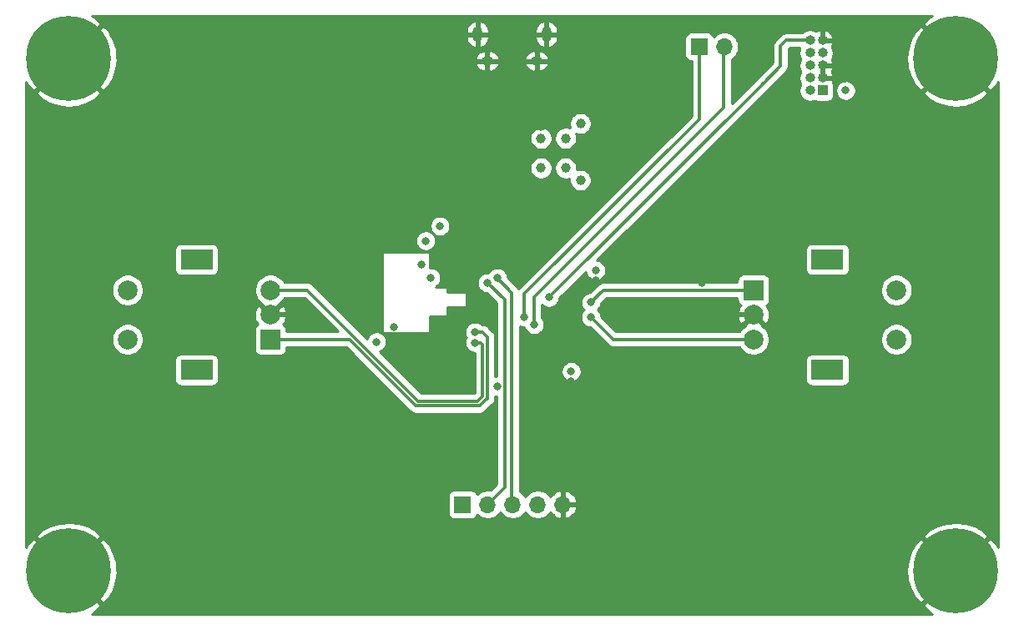
<source format=gbr>
G04 #@! TF.GenerationSoftware,KiCad,Pcbnew,(5.1.5-0-10_14)*
G04 #@! TF.CreationDate,2020-04-18T19:02:09+10:00*
G04 #@! TF.ProjectId,etch-a-sketch,65746368-2d61-42d7-936b-657463682e6b,rev?*
G04 #@! TF.SameCoordinates,Original*
G04 #@! TF.FileFunction,Copper,L4,Bot*
G04 #@! TF.FilePolarity,Positive*
%FSLAX46Y46*%
G04 Gerber Fmt 4.6, Leading zero omitted, Abs format (unit mm)*
G04 Created by KiCad (PCBNEW (5.1.5-0-10_14)) date 2020-04-18 19:02:09*
%MOMM*%
%LPD*%
G04 APERTURE LIST*
%ADD10O,1.000000X1.000000*%
%ADD11R,1.000000X1.000000*%
%ADD12O,1.700000X1.700000*%
%ADD13R,1.700000X1.700000*%
%ADD14C,8.600000*%
%ADD15C,0.900000*%
%ADD16C,2.000000*%
%ADD17R,3.200000X2.000000*%
%ADD18R,2.000000X2.000000*%
%ADD19O,1.250000X0.950000*%
%ADD20O,1.000000X1.550000*%
%ADD21C,0.800000*%
%ADD22C,1.000000*%
%ADD23C,0.500000*%
%ADD24C,0.300000*%
%ADD25C,0.254000*%
G04 APERTURE END LIST*
D10*
X100230000Y-23170000D03*
X101500000Y-23170000D03*
X100230000Y-24440000D03*
X101500000Y-24440000D03*
X100230000Y-25710000D03*
X101500000Y-25710000D03*
X100230000Y-26980000D03*
X101500000Y-26980000D03*
X100230000Y-28250000D03*
D11*
X101500000Y-28250000D03*
D12*
X75160000Y-70250000D03*
X72620000Y-70250000D03*
X70080000Y-70250000D03*
X67540000Y-70250000D03*
D13*
X65000000Y-70250000D03*
D14*
X25000000Y-25000000D03*
D15*
X28225000Y-25000000D03*
X27280419Y-27280419D03*
X25000000Y-28225000D03*
X22719581Y-27280419D03*
X21775000Y-25000000D03*
X22719581Y-22719581D03*
X25000000Y-21775000D03*
X27280419Y-22719581D03*
X117280419Y-22719581D03*
X115000000Y-21775000D03*
X112719581Y-22719581D03*
X111775000Y-25000000D03*
X112719581Y-27280419D03*
X115000000Y-28225000D03*
X117280419Y-27280419D03*
X118225000Y-25000000D03*
D14*
X115000000Y-25000000D03*
X25000000Y-77000000D03*
D15*
X28225000Y-77000000D03*
X27280419Y-79280419D03*
X25000000Y-80225000D03*
X22719581Y-79280419D03*
X21775000Y-77000000D03*
X22719581Y-74719581D03*
X25000000Y-73775000D03*
X27280419Y-74719581D03*
X117280419Y-74719581D03*
X115000000Y-73775000D03*
X112719581Y-74719581D03*
X111775000Y-77000000D03*
X112719581Y-79280419D03*
X115000000Y-80225000D03*
X117280419Y-79280419D03*
X118225000Y-77000000D03*
D14*
X115000000Y-77000000D03*
D13*
X89000000Y-23800000D03*
D12*
X91540000Y-23800000D03*
D16*
X109000000Y-53500000D03*
X109000000Y-48500000D03*
D17*
X102000000Y-56600000D03*
X102000000Y-45400000D03*
D16*
X94500000Y-53500000D03*
X94500000Y-51000000D03*
D18*
X94500000Y-48500000D03*
D16*
X31000000Y-48500000D03*
X31000000Y-53500000D03*
D17*
X38000000Y-45400000D03*
X38000000Y-56600000D03*
D16*
X45500000Y-48500000D03*
X45500000Y-51000000D03*
D18*
X45500000Y-53500000D03*
D19*
X67500000Y-25250000D03*
X72500000Y-25250000D03*
D20*
X73500000Y-22550000D03*
X66500000Y-22550000D03*
D21*
X60800000Y-45900000D03*
D22*
X72950000Y-31850000D03*
X68950000Y-31350000D03*
X68950000Y-32600000D03*
X68950000Y-33850000D03*
X67700000Y-31350000D03*
X67700000Y-32600000D03*
X67700000Y-33850000D03*
D21*
X76000000Y-57750000D03*
X77750000Y-56500000D03*
X74750000Y-60250000D03*
X65250000Y-58250000D03*
X78500000Y-47500000D03*
X64000000Y-45000000D03*
X64000000Y-46250000D03*
X66500000Y-42500000D03*
X69500000Y-42750000D03*
X79250000Y-58000000D03*
X47500000Y-51000000D03*
X92500000Y-51000000D03*
X71750000Y-60500000D03*
X79700000Y-37100000D03*
X62250000Y-52250000D03*
X58000000Y-52250000D03*
X34250000Y-22750000D03*
X39250000Y-22750000D03*
X44250000Y-22750000D03*
X49250000Y-22750000D03*
X54250000Y-22750000D03*
X59250000Y-22750000D03*
X59250000Y-27750000D03*
X54250000Y-27750000D03*
X49250000Y-27750000D03*
X44250000Y-27750000D03*
X39250000Y-27750000D03*
X34250000Y-27750000D03*
X34250000Y-32750000D03*
X29250000Y-32750000D03*
X29250000Y-37750000D03*
X34250000Y-37750000D03*
X24250000Y-32750000D03*
X24250000Y-37750000D03*
X39250000Y-32750000D03*
X39250000Y-37750000D03*
X44250000Y-37750000D03*
X44250000Y-32750000D03*
X49250000Y-32750000D03*
X49250000Y-37750000D03*
X54250000Y-32750000D03*
X54250000Y-37750000D03*
X59250000Y-37750000D03*
X59250000Y-32750000D03*
X54250000Y-42750000D03*
X49250000Y-42750000D03*
X24250000Y-42750000D03*
X29250000Y-42750000D03*
X34250000Y-42750000D03*
X44250000Y-42750000D03*
X24250000Y-47750000D03*
X24250000Y-52750000D03*
X24250000Y-57750000D03*
X24250000Y-62750000D03*
X24250000Y-67750000D03*
X29250000Y-62750000D03*
X29250000Y-67750000D03*
X34250000Y-67750000D03*
X34250000Y-62750000D03*
X39250000Y-62750000D03*
X39250000Y-67750000D03*
X34250000Y-72750000D03*
X39250000Y-72750000D03*
X44250000Y-72750000D03*
X44250000Y-67750000D03*
X44250000Y-62750000D03*
X49250000Y-62750000D03*
X49250000Y-57750000D03*
X54250000Y-57750000D03*
X54250000Y-62750000D03*
X49250000Y-67750000D03*
X54250000Y-67750000D03*
X54250000Y-72750000D03*
X49250000Y-72750000D03*
X59250000Y-62750000D03*
X59250000Y-67750000D03*
X59250000Y-72750000D03*
X59250000Y-77750000D03*
X64250000Y-62750000D03*
X74250000Y-62750000D03*
X79250000Y-62750000D03*
X84250000Y-62750000D03*
X79250000Y-67750000D03*
X84250000Y-67750000D03*
X84250000Y-72750000D03*
X79250000Y-72750000D03*
X79250000Y-77750000D03*
X84250000Y-77750000D03*
X64250000Y-77750000D03*
X69250000Y-77750000D03*
X74250000Y-77750000D03*
X89250000Y-62750000D03*
X94250000Y-62750000D03*
X94250000Y-67750000D03*
X89250000Y-67750000D03*
X89250000Y-72750000D03*
X94250000Y-72750000D03*
X94250000Y-77750000D03*
X89250000Y-77750000D03*
X99250000Y-67750000D03*
X109250000Y-67750000D03*
X99250000Y-72750000D03*
X99250000Y-62750000D03*
X109250000Y-72750000D03*
X109250000Y-62750000D03*
X104250000Y-62750000D03*
X104250000Y-72750000D03*
X99250000Y-77750000D03*
X104250000Y-67750000D03*
X109250000Y-77750000D03*
X104250000Y-77750000D03*
X114250000Y-62750000D03*
X114250000Y-67750000D03*
X114250000Y-57750000D03*
X114250000Y-52750000D03*
X114250000Y-47750000D03*
X114250000Y-42750000D03*
X114250000Y-37750000D03*
X109250000Y-37750000D03*
X104250000Y-37750000D03*
X99250000Y-37750000D03*
X99250000Y-32750000D03*
X104250000Y-32750000D03*
X109250000Y-32750000D03*
X114250000Y-32750000D03*
X109250000Y-42750000D03*
X99250000Y-42750000D03*
X94250000Y-42750000D03*
X94250000Y-37750000D03*
X89250000Y-37750000D03*
X89250000Y-42750000D03*
X89250000Y-47750000D03*
X89250000Y-57750000D03*
X84250000Y-57750000D03*
X79250000Y-22750000D03*
X84250000Y-22750000D03*
X84250000Y-27750000D03*
X79250000Y-27750000D03*
D22*
X68950000Y-27200000D03*
D21*
X103850000Y-23150000D03*
X103850000Y-25650000D03*
X103850000Y-27050000D03*
D22*
X75450000Y-33100000D03*
X72950000Y-33100000D03*
X76950000Y-31600000D03*
X76950000Y-37350000D03*
X72950000Y-36100000D03*
X75450000Y-36100000D03*
D21*
X61750000Y-47250000D03*
X78500000Y-46500000D03*
X56250000Y-53750000D03*
X62700000Y-42000000D03*
X76000000Y-56750000D03*
X68500000Y-58250000D03*
X61250000Y-43500000D03*
X103850000Y-28250000D03*
X71250000Y-51250000D03*
X72250000Y-52000000D03*
X73750000Y-49250000D03*
X67500000Y-47750000D03*
X68500000Y-47250000D03*
X78000000Y-51250000D03*
X78000000Y-49750000D03*
X66250000Y-53832052D03*
X66250000Y-52750000D03*
D23*
X45500000Y-51000000D02*
X47500000Y-51000000D01*
X94500000Y-51000000D02*
X92500000Y-51000000D01*
X101500000Y-26980000D02*
X101500000Y-27000000D01*
D24*
X71250000Y-48889998D02*
X89000000Y-31139998D01*
X71250000Y-51250000D02*
X71250000Y-48889998D01*
X89000000Y-31139998D02*
X89000000Y-24000000D01*
X72250000Y-52000000D02*
X72250000Y-49250000D01*
X72250000Y-49250000D02*
X91500000Y-30000000D01*
X91500000Y-30000000D02*
X91500000Y-23750000D01*
X73750000Y-49250000D02*
X95500000Y-27500000D01*
X95500000Y-27500000D02*
X95450000Y-27550000D01*
X95500000Y-27500000D02*
X97250000Y-25750000D01*
X97250000Y-25750000D02*
X97250000Y-24050000D01*
X97250000Y-24050000D02*
X97250000Y-23750000D01*
X97250000Y-23750000D02*
X97850000Y-23150000D01*
X97850000Y-23150000D02*
X100250000Y-23150000D01*
X69250000Y-68500000D02*
X67500000Y-70250000D01*
X69250001Y-49500001D02*
X69250000Y-68500000D01*
X67500000Y-47750000D02*
X69250001Y-49500001D01*
X68500000Y-47250000D02*
X70000000Y-48750000D01*
X70000000Y-48750000D02*
X70000000Y-70000000D01*
X78000000Y-51250000D02*
X80250000Y-53500000D01*
X80250000Y-53500000D02*
X94500000Y-53500000D01*
X78000000Y-49750000D02*
X79250000Y-48500000D01*
X79250000Y-48500000D02*
X94500000Y-48500000D01*
X67500000Y-53250000D02*
X67000000Y-52750000D01*
X67500000Y-59500000D02*
X67500000Y-53250000D01*
X66707110Y-60250010D02*
X67457120Y-59500000D01*
X60250010Y-60250010D02*
X66707110Y-60250010D01*
X67000000Y-52750000D02*
X66250000Y-52750000D01*
X67457120Y-59500000D02*
X67500000Y-59500000D01*
X53500000Y-53500000D02*
X60250010Y-60250010D01*
X45250000Y-53500000D02*
X53500000Y-53500000D01*
X45500000Y-48500000D02*
X49250000Y-48500000D01*
X60500000Y-59750000D02*
X66500000Y-59750000D01*
X66500000Y-59750000D02*
X67000000Y-59250000D01*
X49250000Y-48500000D02*
X60500000Y-59750000D01*
X66250000Y-53832052D02*
X66832052Y-53832052D01*
X66832052Y-53832052D02*
X67000000Y-54000000D01*
X67000000Y-58250000D02*
X67000000Y-57932878D01*
X67000000Y-54000000D02*
X67000000Y-58250000D01*
X67000000Y-59250000D02*
X67000000Y-58250000D01*
D25*
G36*
X112301560Y-20839606D02*
G01*
X112188946Y-20914851D01*
X111696787Y-21517182D01*
X115000000Y-24820395D01*
X115014143Y-24806253D01*
X115193748Y-24985858D01*
X115179605Y-25000000D01*
X118482818Y-28303213D01*
X119085149Y-27811054D01*
X119340000Y-27349534D01*
X119340001Y-74648909D01*
X119160394Y-74301560D01*
X119085149Y-74188946D01*
X118482818Y-73696787D01*
X115179605Y-77000000D01*
X115193748Y-77014143D01*
X115014143Y-77193748D01*
X115000000Y-77179605D01*
X111696787Y-80482818D01*
X112188946Y-81085149D01*
X112650466Y-81340000D01*
X27351093Y-81340000D01*
X27698440Y-81160394D01*
X27811054Y-81085149D01*
X28303213Y-80482818D01*
X25000000Y-77179605D01*
X24985858Y-77193748D01*
X24806253Y-77014143D01*
X24820395Y-77000000D01*
X25179605Y-77000000D01*
X28482818Y-80303213D01*
X29085149Y-79811054D01*
X29555063Y-78960067D01*
X29849929Y-78033757D01*
X29958414Y-77067719D01*
X29946940Y-76932281D01*
X110041586Y-76932281D01*
X110123649Y-77900921D01*
X110393107Y-78834938D01*
X110839606Y-79698440D01*
X110914851Y-79811054D01*
X111517182Y-80303213D01*
X114820395Y-77000000D01*
X111517182Y-73696787D01*
X110914851Y-74188946D01*
X110444937Y-75039933D01*
X110150071Y-75966243D01*
X110041586Y-76932281D01*
X29946940Y-76932281D01*
X29876351Y-76099079D01*
X29606893Y-75165062D01*
X29160394Y-74301560D01*
X29085149Y-74188946D01*
X28482818Y-73696787D01*
X25179605Y-77000000D01*
X24820395Y-77000000D01*
X21517182Y-73696787D01*
X20914851Y-74188946D01*
X20660000Y-74650466D01*
X20660000Y-73517182D01*
X21696787Y-73517182D01*
X25000000Y-76820395D01*
X28303213Y-73517182D01*
X111696787Y-73517182D01*
X115000000Y-76820395D01*
X118303213Y-73517182D01*
X117811054Y-72914851D01*
X116960067Y-72444937D01*
X116033757Y-72150071D01*
X115067719Y-72041586D01*
X114099079Y-72123649D01*
X113165062Y-72393107D01*
X112301560Y-72839606D01*
X112188946Y-72914851D01*
X111696787Y-73517182D01*
X28303213Y-73517182D01*
X27811054Y-72914851D01*
X26960067Y-72444937D01*
X26033757Y-72150071D01*
X25067719Y-72041586D01*
X24099079Y-72123649D01*
X23165062Y-72393107D01*
X22301560Y-72839606D01*
X22188946Y-72914851D01*
X21696787Y-73517182D01*
X20660000Y-73517182D01*
X20660000Y-55600000D01*
X35761928Y-55600000D01*
X35761928Y-57600000D01*
X35774188Y-57724482D01*
X35810498Y-57844180D01*
X35869463Y-57954494D01*
X35948815Y-58051185D01*
X36045506Y-58130537D01*
X36155820Y-58189502D01*
X36275518Y-58225812D01*
X36400000Y-58238072D01*
X39600000Y-58238072D01*
X39724482Y-58225812D01*
X39844180Y-58189502D01*
X39954494Y-58130537D01*
X40051185Y-58051185D01*
X40130537Y-57954494D01*
X40189502Y-57844180D01*
X40225812Y-57724482D01*
X40238072Y-57600000D01*
X40238072Y-55600000D01*
X40225812Y-55475518D01*
X40189502Y-55355820D01*
X40130537Y-55245506D01*
X40051185Y-55148815D01*
X39954494Y-55069463D01*
X39844180Y-55010498D01*
X39724482Y-54974188D01*
X39600000Y-54961928D01*
X36400000Y-54961928D01*
X36275518Y-54974188D01*
X36155820Y-55010498D01*
X36045506Y-55069463D01*
X35948815Y-55148815D01*
X35869463Y-55245506D01*
X35810498Y-55355820D01*
X35774188Y-55475518D01*
X35761928Y-55600000D01*
X20660000Y-55600000D01*
X20660000Y-53338967D01*
X29365000Y-53338967D01*
X29365000Y-53661033D01*
X29427832Y-53976912D01*
X29551082Y-54274463D01*
X29730013Y-54542252D01*
X29957748Y-54769987D01*
X30225537Y-54948918D01*
X30523088Y-55072168D01*
X30838967Y-55135000D01*
X31161033Y-55135000D01*
X31476912Y-55072168D01*
X31774463Y-54948918D01*
X32042252Y-54769987D01*
X32269987Y-54542252D01*
X32448918Y-54274463D01*
X32572168Y-53976912D01*
X32635000Y-53661033D01*
X32635000Y-53338967D01*
X32572168Y-53023088D01*
X32448918Y-52725537D01*
X32269987Y-52457748D01*
X32042252Y-52230013D01*
X31774463Y-52051082D01*
X31476912Y-51927832D01*
X31161033Y-51865000D01*
X30838967Y-51865000D01*
X30523088Y-51927832D01*
X30225537Y-52051082D01*
X29957748Y-52230013D01*
X29730013Y-52457748D01*
X29551082Y-52725537D01*
X29427832Y-53023088D01*
X29365000Y-53338967D01*
X20660000Y-53338967D01*
X20660000Y-51062595D01*
X43858282Y-51062595D01*
X43902039Y-51381675D01*
X44007205Y-51686088D01*
X44100186Y-51860044D01*
X44249223Y-51914024D01*
X44145506Y-51969463D01*
X44048815Y-52048815D01*
X43969463Y-52145506D01*
X43910498Y-52255820D01*
X43874188Y-52375518D01*
X43861928Y-52500000D01*
X43861928Y-54500000D01*
X43874188Y-54624482D01*
X43910498Y-54744180D01*
X43969463Y-54854494D01*
X44048815Y-54951185D01*
X44145506Y-55030537D01*
X44255820Y-55089502D01*
X44375518Y-55125812D01*
X44500000Y-55138072D01*
X46500000Y-55138072D01*
X46624482Y-55125812D01*
X46744180Y-55089502D01*
X46854494Y-55030537D01*
X46951185Y-54951185D01*
X47030537Y-54854494D01*
X47089502Y-54744180D01*
X47125812Y-54624482D01*
X47138072Y-54500000D01*
X47138072Y-54285000D01*
X53174843Y-54285000D01*
X59667663Y-60777820D01*
X59692246Y-60807774D01*
X59811777Y-60905872D01*
X59948150Y-60978764D01*
X60096123Y-61023652D01*
X60171036Y-61031030D01*
X60211449Y-61035010D01*
X60211454Y-61035010D01*
X60250010Y-61038807D01*
X60288566Y-61035010D01*
X66668557Y-61035010D01*
X66707110Y-61038807D01*
X66745663Y-61035010D01*
X66745671Y-61035010D01*
X66860997Y-61023651D01*
X67008970Y-60978764D01*
X67145343Y-60905872D01*
X67264874Y-60807774D01*
X67289457Y-60777821D01*
X67880623Y-60186655D01*
X67938233Y-60155862D01*
X68057764Y-60057764D01*
X68155862Y-59938233D01*
X68228754Y-59801860D01*
X68273641Y-59653887D01*
X68288798Y-59500000D01*
X68285000Y-59461439D01*
X68285000Y-59262511D01*
X68398061Y-59285000D01*
X68465001Y-59285000D01*
X68465000Y-68174843D01*
X67843555Y-68796288D01*
X67686260Y-68765000D01*
X67393740Y-68765000D01*
X67106842Y-68822068D01*
X66836589Y-68934010D01*
X66593368Y-69096525D01*
X66461513Y-69228380D01*
X66439502Y-69155820D01*
X66380537Y-69045506D01*
X66301185Y-68948815D01*
X66204494Y-68869463D01*
X66094180Y-68810498D01*
X65974482Y-68774188D01*
X65850000Y-68761928D01*
X64150000Y-68761928D01*
X64025518Y-68774188D01*
X63905820Y-68810498D01*
X63795506Y-68869463D01*
X63698815Y-68948815D01*
X63619463Y-69045506D01*
X63560498Y-69155820D01*
X63524188Y-69275518D01*
X63511928Y-69400000D01*
X63511928Y-71100000D01*
X63524188Y-71224482D01*
X63560498Y-71344180D01*
X63619463Y-71454494D01*
X63698815Y-71551185D01*
X63795506Y-71630537D01*
X63905820Y-71689502D01*
X64025518Y-71725812D01*
X64150000Y-71738072D01*
X65850000Y-71738072D01*
X65974482Y-71725812D01*
X66094180Y-71689502D01*
X66204494Y-71630537D01*
X66301185Y-71551185D01*
X66380537Y-71454494D01*
X66439502Y-71344180D01*
X66461513Y-71271620D01*
X66593368Y-71403475D01*
X66836589Y-71565990D01*
X67106842Y-71677932D01*
X67393740Y-71735000D01*
X67686260Y-71735000D01*
X67973158Y-71677932D01*
X68243411Y-71565990D01*
X68486632Y-71403475D01*
X68693475Y-71196632D01*
X68810000Y-71022240D01*
X68926525Y-71196632D01*
X69133368Y-71403475D01*
X69376589Y-71565990D01*
X69646842Y-71677932D01*
X69933740Y-71735000D01*
X70226260Y-71735000D01*
X70513158Y-71677932D01*
X70783411Y-71565990D01*
X71026632Y-71403475D01*
X71233475Y-71196632D01*
X71350000Y-71022240D01*
X71466525Y-71196632D01*
X71673368Y-71403475D01*
X71916589Y-71565990D01*
X72186842Y-71677932D01*
X72473740Y-71735000D01*
X72766260Y-71735000D01*
X73053158Y-71677932D01*
X73323411Y-71565990D01*
X73566632Y-71403475D01*
X73773475Y-71196632D01*
X73895195Y-71014466D01*
X73964822Y-71131355D01*
X74159731Y-71347588D01*
X74393080Y-71521641D01*
X74655901Y-71646825D01*
X74803110Y-71691476D01*
X75033000Y-71570155D01*
X75033000Y-70377000D01*
X75287000Y-70377000D01*
X75287000Y-71570155D01*
X75516890Y-71691476D01*
X75664099Y-71646825D01*
X75926920Y-71521641D01*
X76160269Y-71347588D01*
X76355178Y-71131355D01*
X76504157Y-70881252D01*
X76601481Y-70606891D01*
X76480814Y-70377000D01*
X75287000Y-70377000D01*
X75033000Y-70377000D01*
X75013000Y-70377000D01*
X75013000Y-70123000D01*
X75033000Y-70123000D01*
X75033000Y-68929845D01*
X75287000Y-68929845D01*
X75287000Y-70123000D01*
X76480814Y-70123000D01*
X76601481Y-69893109D01*
X76504157Y-69618748D01*
X76355178Y-69368645D01*
X76160269Y-69152412D01*
X75926920Y-68978359D01*
X75664099Y-68853175D01*
X75516890Y-68808524D01*
X75287000Y-68929845D01*
X75033000Y-68929845D01*
X74803110Y-68808524D01*
X74655901Y-68853175D01*
X74393080Y-68978359D01*
X74159731Y-69152412D01*
X73964822Y-69368645D01*
X73895195Y-69485534D01*
X73773475Y-69303368D01*
X73566632Y-69096525D01*
X73323411Y-68934010D01*
X73053158Y-68822068D01*
X72766260Y-68765000D01*
X72473740Y-68765000D01*
X72186842Y-68822068D01*
X71916589Y-68934010D01*
X71673368Y-69096525D01*
X71466525Y-69303368D01*
X71350000Y-69477760D01*
X71233475Y-69303368D01*
X71026632Y-69096525D01*
X70785000Y-68935072D01*
X70785000Y-56648061D01*
X74965000Y-56648061D01*
X74965000Y-56851939D01*
X75004774Y-57051898D01*
X75082795Y-57240256D01*
X75196063Y-57409774D01*
X75340226Y-57553937D01*
X75509744Y-57667205D01*
X75698102Y-57745226D01*
X75898061Y-57785000D01*
X76101939Y-57785000D01*
X76301898Y-57745226D01*
X76490256Y-57667205D01*
X76659774Y-57553937D01*
X76803937Y-57409774D01*
X76917205Y-57240256D01*
X76995226Y-57051898D01*
X77035000Y-56851939D01*
X77035000Y-56648061D01*
X76995226Y-56448102D01*
X76917205Y-56259744D01*
X76803937Y-56090226D01*
X76659774Y-55946063D01*
X76490256Y-55832795D01*
X76301898Y-55754774D01*
X76101939Y-55715000D01*
X75898061Y-55715000D01*
X75698102Y-55754774D01*
X75509744Y-55832795D01*
X75340226Y-55946063D01*
X75196063Y-56090226D01*
X75082795Y-56259744D01*
X75004774Y-56448102D01*
X74965000Y-56648061D01*
X70785000Y-56648061D01*
X70785000Y-55600000D01*
X99761928Y-55600000D01*
X99761928Y-57600000D01*
X99774188Y-57724482D01*
X99810498Y-57844180D01*
X99869463Y-57954494D01*
X99948815Y-58051185D01*
X100045506Y-58130537D01*
X100155820Y-58189502D01*
X100275518Y-58225812D01*
X100400000Y-58238072D01*
X103600000Y-58238072D01*
X103724482Y-58225812D01*
X103844180Y-58189502D01*
X103954494Y-58130537D01*
X104051185Y-58051185D01*
X104130537Y-57954494D01*
X104189502Y-57844180D01*
X104225812Y-57724482D01*
X104238072Y-57600000D01*
X104238072Y-55600000D01*
X104225812Y-55475518D01*
X104189502Y-55355820D01*
X104130537Y-55245506D01*
X104051185Y-55148815D01*
X103954494Y-55069463D01*
X103844180Y-55010498D01*
X103724482Y-54974188D01*
X103600000Y-54961928D01*
X100400000Y-54961928D01*
X100275518Y-54974188D01*
X100155820Y-55010498D01*
X100045506Y-55069463D01*
X99948815Y-55148815D01*
X99869463Y-55245506D01*
X99810498Y-55355820D01*
X99774188Y-55475518D01*
X99761928Y-55600000D01*
X70785000Y-55600000D01*
X70785000Y-52177666D01*
X70948102Y-52245226D01*
X71148061Y-52285000D01*
X71251413Y-52285000D01*
X71254774Y-52301898D01*
X71332795Y-52490256D01*
X71446063Y-52659774D01*
X71590226Y-52803937D01*
X71759744Y-52917205D01*
X71948102Y-52995226D01*
X72148061Y-53035000D01*
X72351939Y-53035000D01*
X72551898Y-52995226D01*
X72740256Y-52917205D01*
X72909774Y-52803937D01*
X73053937Y-52659774D01*
X73167205Y-52490256D01*
X73245226Y-52301898D01*
X73285000Y-52101939D01*
X73285000Y-51898061D01*
X73245226Y-51698102D01*
X73167205Y-51509744D01*
X73053937Y-51340226D01*
X73035000Y-51321289D01*
X73035000Y-49998711D01*
X73090226Y-50053937D01*
X73259744Y-50167205D01*
X73448102Y-50245226D01*
X73648061Y-50285000D01*
X73851939Y-50285000D01*
X74051898Y-50245226D01*
X74240256Y-50167205D01*
X74409774Y-50053937D01*
X74553937Y-49909774D01*
X74667205Y-49740256D01*
X74705393Y-49648061D01*
X76965000Y-49648061D01*
X76965000Y-49851939D01*
X77004774Y-50051898D01*
X77082795Y-50240256D01*
X77196063Y-50409774D01*
X77286289Y-50500000D01*
X77196063Y-50590226D01*
X77082795Y-50759744D01*
X77004774Y-50948102D01*
X76965000Y-51148061D01*
X76965000Y-51351939D01*
X77004774Y-51551898D01*
X77082795Y-51740256D01*
X77196063Y-51909774D01*
X77340226Y-52053937D01*
X77509744Y-52167205D01*
X77698102Y-52245226D01*
X77898061Y-52285000D01*
X77924843Y-52285000D01*
X79667653Y-54027810D01*
X79692236Y-54057764D01*
X79811767Y-54155862D01*
X79948140Y-54228754D01*
X80096113Y-54273642D01*
X80171026Y-54281020D01*
X80211439Y-54285000D01*
X80211444Y-54285000D01*
X80250000Y-54288797D01*
X80288556Y-54285000D01*
X93058123Y-54285000D01*
X93230013Y-54542252D01*
X93457748Y-54769987D01*
X93725537Y-54948918D01*
X94023088Y-55072168D01*
X94338967Y-55135000D01*
X94661033Y-55135000D01*
X94976912Y-55072168D01*
X95274463Y-54948918D01*
X95542252Y-54769987D01*
X95769987Y-54542252D01*
X95948918Y-54274463D01*
X96072168Y-53976912D01*
X96135000Y-53661033D01*
X96135000Y-53338967D01*
X107365000Y-53338967D01*
X107365000Y-53661033D01*
X107427832Y-53976912D01*
X107551082Y-54274463D01*
X107730013Y-54542252D01*
X107957748Y-54769987D01*
X108225537Y-54948918D01*
X108523088Y-55072168D01*
X108838967Y-55135000D01*
X109161033Y-55135000D01*
X109476912Y-55072168D01*
X109774463Y-54948918D01*
X110042252Y-54769987D01*
X110269987Y-54542252D01*
X110448918Y-54274463D01*
X110572168Y-53976912D01*
X110635000Y-53661033D01*
X110635000Y-53338967D01*
X110572168Y-53023088D01*
X110448918Y-52725537D01*
X110269987Y-52457748D01*
X110042252Y-52230013D01*
X109774463Y-52051082D01*
X109476912Y-51927832D01*
X109161033Y-51865000D01*
X108838967Y-51865000D01*
X108523088Y-51927832D01*
X108225537Y-52051082D01*
X107957748Y-52230013D01*
X107730013Y-52457748D01*
X107551082Y-52725537D01*
X107427832Y-53023088D01*
X107365000Y-53338967D01*
X96135000Y-53338967D01*
X96072168Y-53023088D01*
X95948918Y-52725537D01*
X95769987Y-52457748D01*
X95542252Y-52230013D01*
X95445065Y-52165075D01*
X95455808Y-52135413D01*
X94500000Y-51179605D01*
X93544192Y-52135413D01*
X93554935Y-52165075D01*
X93457748Y-52230013D01*
X93230013Y-52457748D01*
X93058123Y-52715000D01*
X80575157Y-52715000D01*
X79035000Y-51174843D01*
X79035000Y-51148061D01*
X78995226Y-50948102D01*
X78917205Y-50759744D01*
X78803937Y-50590226D01*
X78713711Y-50500000D01*
X78803937Y-50409774D01*
X78917205Y-50240256D01*
X78995226Y-50051898D01*
X79035000Y-49851939D01*
X79035000Y-49825157D01*
X79575158Y-49285000D01*
X92861928Y-49285000D01*
X92861928Y-49500000D01*
X92874188Y-49624482D01*
X92910498Y-49744180D01*
X92969463Y-49854494D01*
X93048815Y-49951185D01*
X93145506Y-50030537D01*
X93249223Y-50085976D01*
X93100186Y-50139956D01*
X92959296Y-50429571D01*
X92877616Y-50741108D01*
X92858282Y-51062595D01*
X92902039Y-51381675D01*
X93007205Y-51686088D01*
X93100186Y-51860044D01*
X93364587Y-51955808D01*
X94320395Y-51000000D01*
X94306253Y-50985858D01*
X94485858Y-50806253D01*
X94500000Y-50820395D01*
X94514143Y-50806253D01*
X94693748Y-50985858D01*
X94679605Y-51000000D01*
X95635413Y-51955808D01*
X95899814Y-51860044D01*
X96040704Y-51570429D01*
X96122384Y-51258892D01*
X96141718Y-50937405D01*
X96097961Y-50618325D01*
X95992795Y-50313912D01*
X95899814Y-50139956D01*
X95750777Y-50085976D01*
X95854494Y-50030537D01*
X95951185Y-49951185D01*
X96030537Y-49854494D01*
X96089502Y-49744180D01*
X96125812Y-49624482D01*
X96138072Y-49500000D01*
X96138072Y-48338967D01*
X107365000Y-48338967D01*
X107365000Y-48661033D01*
X107427832Y-48976912D01*
X107551082Y-49274463D01*
X107730013Y-49542252D01*
X107957748Y-49769987D01*
X108225537Y-49948918D01*
X108523088Y-50072168D01*
X108838967Y-50135000D01*
X109161033Y-50135000D01*
X109476912Y-50072168D01*
X109774463Y-49948918D01*
X110042252Y-49769987D01*
X110269987Y-49542252D01*
X110448918Y-49274463D01*
X110572168Y-48976912D01*
X110635000Y-48661033D01*
X110635000Y-48338967D01*
X110572168Y-48023088D01*
X110448918Y-47725537D01*
X110269987Y-47457748D01*
X110042252Y-47230013D01*
X109774463Y-47051082D01*
X109476912Y-46927832D01*
X109161033Y-46865000D01*
X108838967Y-46865000D01*
X108523088Y-46927832D01*
X108225537Y-47051082D01*
X107957748Y-47230013D01*
X107730013Y-47457748D01*
X107551082Y-47725537D01*
X107427832Y-48023088D01*
X107365000Y-48338967D01*
X96138072Y-48338967D01*
X96138072Y-47500000D01*
X96125812Y-47375518D01*
X96089502Y-47255820D01*
X96030537Y-47145506D01*
X95951185Y-47048815D01*
X95854494Y-46969463D01*
X95744180Y-46910498D01*
X95624482Y-46874188D01*
X95500000Y-46861928D01*
X93500000Y-46861928D01*
X93375518Y-46874188D01*
X93255820Y-46910498D01*
X93145506Y-46969463D01*
X93048815Y-47048815D01*
X92969463Y-47145506D01*
X92910498Y-47255820D01*
X92874188Y-47375518D01*
X92861928Y-47500000D01*
X92861928Y-47715000D01*
X79288555Y-47715000D01*
X79250000Y-47711203D01*
X79211444Y-47715000D01*
X79211439Y-47715000D01*
X79171026Y-47718980D01*
X79096113Y-47726358D01*
X78948140Y-47771246D01*
X78811767Y-47844138D01*
X78751559Y-47893550D01*
X78722187Y-47917655D01*
X78722184Y-47917658D01*
X78692236Y-47942236D01*
X78667658Y-47972185D01*
X77924843Y-48715000D01*
X77898061Y-48715000D01*
X77698102Y-48754774D01*
X77509744Y-48832795D01*
X77340226Y-48946063D01*
X77196063Y-49090226D01*
X77082795Y-49259744D01*
X77004774Y-49448102D01*
X76965000Y-49648061D01*
X74705393Y-49648061D01*
X74745226Y-49551898D01*
X74785000Y-49351939D01*
X74785000Y-49325157D01*
X77472170Y-46637987D01*
X77504774Y-46801898D01*
X77582795Y-46990256D01*
X77696063Y-47159774D01*
X77840226Y-47303937D01*
X78009744Y-47417205D01*
X78198102Y-47495226D01*
X78398061Y-47535000D01*
X78601939Y-47535000D01*
X78801898Y-47495226D01*
X78990256Y-47417205D01*
X79159774Y-47303937D01*
X79303937Y-47159774D01*
X79417205Y-46990256D01*
X79495226Y-46801898D01*
X79535000Y-46601939D01*
X79535000Y-46398061D01*
X79495226Y-46198102D01*
X79417205Y-46009744D01*
X79303937Y-45840226D01*
X79159774Y-45696063D01*
X78990256Y-45582795D01*
X78801898Y-45504774D01*
X78637987Y-45472170D01*
X79710157Y-44400000D01*
X99761928Y-44400000D01*
X99761928Y-46400000D01*
X99774188Y-46524482D01*
X99810498Y-46644180D01*
X99869463Y-46754494D01*
X99948815Y-46851185D01*
X100045506Y-46930537D01*
X100155820Y-46989502D01*
X100275518Y-47025812D01*
X100400000Y-47038072D01*
X103600000Y-47038072D01*
X103724482Y-47025812D01*
X103844180Y-46989502D01*
X103954494Y-46930537D01*
X104051185Y-46851185D01*
X104130537Y-46754494D01*
X104189502Y-46644180D01*
X104225812Y-46524482D01*
X104238072Y-46400000D01*
X104238072Y-44400000D01*
X104225812Y-44275518D01*
X104189502Y-44155820D01*
X104130537Y-44045506D01*
X104051185Y-43948815D01*
X103954494Y-43869463D01*
X103844180Y-43810498D01*
X103724482Y-43774188D01*
X103600000Y-43761928D01*
X100400000Y-43761928D01*
X100275518Y-43774188D01*
X100155820Y-43810498D01*
X100045506Y-43869463D01*
X99948815Y-43948815D01*
X99869463Y-44045506D01*
X99810498Y-44155820D01*
X99774188Y-44275518D01*
X99761928Y-44400000D01*
X79710157Y-44400000D01*
X96082345Y-28027813D01*
X96082350Y-28027807D01*
X97777811Y-26332346D01*
X97807764Y-26307764D01*
X97905862Y-26188233D01*
X97978754Y-26051860D01*
X97983404Y-26036532D01*
X98023642Y-25903887D01*
X98031727Y-25821788D01*
X98035000Y-25788561D01*
X98035000Y-25788556D01*
X98038797Y-25750000D01*
X98035000Y-25711444D01*
X98035000Y-24075157D01*
X98175158Y-23935000D01*
X99210663Y-23935000D01*
X99138617Y-24108933D01*
X99095000Y-24328212D01*
X99095000Y-24551788D01*
X99138617Y-24771067D01*
X99224176Y-24977624D01*
X99289241Y-25075000D01*
X99224176Y-25172376D01*
X99138617Y-25378933D01*
X99095000Y-25598212D01*
X99095000Y-25821788D01*
X99138617Y-26041067D01*
X99224176Y-26247624D01*
X99289241Y-26345000D01*
X99224176Y-26442376D01*
X99138617Y-26648933D01*
X99095000Y-26868212D01*
X99095000Y-27091788D01*
X99138617Y-27311067D01*
X99224176Y-27517624D01*
X99289241Y-27615000D01*
X99224176Y-27712376D01*
X99138617Y-27918933D01*
X99095000Y-28138212D01*
X99095000Y-28361788D01*
X99138617Y-28581067D01*
X99224176Y-28787624D01*
X99348388Y-28973520D01*
X99506480Y-29131612D01*
X99692376Y-29255824D01*
X99898933Y-29341383D01*
X100118212Y-29385000D01*
X100341788Y-29385000D01*
X100561067Y-29341383D01*
X100672774Y-29295112D01*
X100755820Y-29339502D01*
X100875518Y-29375812D01*
X101000000Y-29388072D01*
X102000000Y-29388072D01*
X102124482Y-29375812D01*
X102244180Y-29339502D01*
X102354494Y-29280537D01*
X102451185Y-29201185D01*
X102530537Y-29104494D01*
X102589502Y-28994180D01*
X102625812Y-28874482D01*
X102638072Y-28750000D01*
X102638072Y-28148061D01*
X102815000Y-28148061D01*
X102815000Y-28351939D01*
X102854774Y-28551898D01*
X102932795Y-28740256D01*
X103046063Y-28909774D01*
X103190226Y-29053937D01*
X103359744Y-29167205D01*
X103548102Y-29245226D01*
X103748061Y-29285000D01*
X103951939Y-29285000D01*
X104151898Y-29245226D01*
X104340256Y-29167205D01*
X104509774Y-29053937D01*
X104653937Y-28909774D01*
X104767205Y-28740256D01*
X104845226Y-28551898D01*
X104858966Y-28482818D01*
X111696787Y-28482818D01*
X112188946Y-29085149D01*
X113039933Y-29555063D01*
X113966243Y-29849929D01*
X114932281Y-29958414D01*
X115900921Y-29876351D01*
X116834938Y-29606893D01*
X117698440Y-29160394D01*
X117811054Y-29085149D01*
X118303213Y-28482818D01*
X115000000Y-25179605D01*
X111696787Y-28482818D01*
X104858966Y-28482818D01*
X104885000Y-28351939D01*
X104885000Y-28148061D01*
X104845226Y-27948102D01*
X104767205Y-27759744D01*
X104653937Y-27590226D01*
X104509774Y-27446063D01*
X104340256Y-27332795D01*
X104151898Y-27254774D01*
X103951939Y-27215000D01*
X103748061Y-27215000D01*
X103548102Y-27254774D01*
X103359744Y-27332795D01*
X103190226Y-27446063D01*
X103046063Y-27590226D01*
X102932795Y-27759744D01*
X102854774Y-27948102D01*
X102815000Y-28148061D01*
X102638072Y-28148061D01*
X102638072Y-27750000D01*
X102625812Y-27625518D01*
X102589502Y-27505820D01*
X102541930Y-27416820D01*
X102577446Y-27336864D01*
X102594119Y-27281874D01*
X102467954Y-27107000D01*
X101627000Y-27107000D01*
X101627000Y-27111928D01*
X101373000Y-27111928D01*
X101373000Y-27107000D01*
X101361974Y-27107000D01*
X101365000Y-27091788D01*
X101365000Y-26868212D01*
X101361974Y-26853000D01*
X101373000Y-26853000D01*
X101373000Y-25837000D01*
X101627000Y-25837000D01*
X101627000Y-26853000D01*
X102467954Y-26853000D01*
X102594119Y-26678126D01*
X102577446Y-26623136D01*
X102487123Y-26419794D01*
X102434361Y-26345000D01*
X102487123Y-26270206D01*
X102577446Y-26066864D01*
X102594119Y-26011874D01*
X102467954Y-25837000D01*
X101627000Y-25837000D01*
X101373000Y-25837000D01*
X101361974Y-25837000D01*
X101365000Y-25821788D01*
X101365000Y-25598212D01*
X101361974Y-25583000D01*
X101373000Y-25583000D01*
X101373000Y-25571974D01*
X101388212Y-25575000D01*
X101611788Y-25575000D01*
X101627000Y-25571974D01*
X101627000Y-25583000D01*
X102467954Y-25583000D01*
X102594119Y-25408126D01*
X102577446Y-25353136D01*
X102487123Y-25149794D01*
X102437647Y-25079658D01*
X102505824Y-24977624D01*
X102524605Y-24932281D01*
X110041586Y-24932281D01*
X110123649Y-25900921D01*
X110393107Y-26834938D01*
X110839606Y-27698440D01*
X110914851Y-27811054D01*
X111517182Y-28303213D01*
X114820395Y-25000000D01*
X111517182Y-21696787D01*
X110914851Y-22188946D01*
X110444937Y-23039933D01*
X110150071Y-23966243D01*
X110041586Y-24932281D01*
X102524605Y-24932281D01*
X102591383Y-24771067D01*
X102635000Y-24551788D01*
X102635000Y-24328212D01*
X102591383Y-24108933D01*
X102505824Y-23902376D01*
X102437647Y-23800342D01*
X102487123Y-23730206D01*
X102577446Y-23526864D01*
X102594119Y-23471874D01*
X102467954Y-23297000D01*
X101627000Y-23297000D01*
X101627000Y-23308026D01*
X101611788Y-23305000D01*
X101388212Y-23305000D01*
X101373000Y-23308026D01*
X101373000Y-23297000D01*
X101361974Y-23297000D01*
X101365000Y-23281788D01*
X101365000Y-23058212D01*
X101361974Y-23043000D01*
X101373000Y-23043000D01*
X101373000Y-22200871D01*
X101627000Y-22200871D01*
X101627000Y-23043000D01*
X102467954Y-23043000D01*
X102594119Y-22868126D01*
X102577446Y-22813136D01*
X102487123Y-22609794D01*
X102358865Y-22427980D01*
X102197601Y-22274682D01*
X102009529Y-22155790D01*
X101801876Y-22075874D01*
X101627000Y-22200871D01*
X101373000Y-22200871D01*
X101198124Y-22075874D01*
X100990471Y-22155790D01*
X100869512Y-22232256D01*
X100767624Y-22164176D01*
X100561067Y-22078617D01*
X100341788Y-22035000D01*
X100118212Y-22035000D01*
X99898933Y-22078617D01*
X99692376Y-22164176D01*
X99506480Y-22288388D01*
X99429868Y-22365000D01*
X97888552Y-22365000D01*
X97849999Y-22361203D01*
X97811446Y-22365000D01*
X97811439Y-22365000D01*
X97713353Y-22374661D01*
X97696112Y-22376359D01*
X97627521Y-22397166D01*
X97548140Y-22421246D01*
X97411767Y-22494138D01*
X97383518Y-22517322D01*
X97322187Y-22567655D01*
X97322184Y-22567658D01*
X97292236Y-22592236D01*
X97267657Y-22622185D01*
X96722188Y-23167655D01*
X96692236Y-23192236D01*
X96594138Y-23311767D01*
X96521246Y-23448140D01*
X96476359Y-23596113D01*
X96465000Y-23711439D01*
X96465000Y-23711447D01*
X96461203Y-23750000D01*
X96465000Y-23788553D01*
X96465000Y-24088560D01*
X96465001Y-24088570D01*
X96465000Y-25424843D01*
X94972193Y-26917650D01*
X94972187Y-26917655D01*
X92285000Y-29604842D01*
X92285000Y-25088201D01*
X92486632Y-24953475D01*
X92693475Y-24746632D01*
X92855990Y-24503411D01*
X92967932Y-24233158D01*
X93025000Y-23946260D01*
X93025000Y-23653740D01*
X92967932Y-23366842D01*
X92855990Y-23096589D01*
X92693475Y-22853368D01*
X92486632Y-22646525D01*
X92243411Y-22484010D01*
X91973158Y-22372068D01*
X91686260Y-22315000D01*
X91393740Y-22315000D01*
X91106842Y-22372068D01*
X90836589Y-22484010D01*
X90593368Y-22646525D01*
X90461513Y-22778380D01*
X90439502Y-22705820D01*
X90380537Y-22595506D01*
X90301185Y-22498815D01*
X90204494Y-22419463D01*
X90094180Y-22360498D01*
X89974482Y-22324188D01*
X89850000Y-22311928D01*
X88150000Y-22311928D01*
X88025518Y-22324188D01*
X87905820Y-22360498D01*
X87795506Y-22419463D01*
X87698815Y-22498815D01*
X87619463Y-22595506D01*
X87560498Y-22705820D01*
X87524188Y-22825518D01*
X87511928Y-22950000D01*
X87511928Y-24650000D01*
X87524188Y-24774482D01*
X87560498Y-24894180D01*
X87619463Y-25004494D01*
X87698815Y-25101185D01*
X87795506Y-25180537D01*
X87905820Y-25239502D01*
X88025518Y-25275812D01*
X88150000Y-25288072D01*
X88215001Y-25288072D01*
X88215000Y-30814841D01*
X70722185Y-48307656D01*
X70692237Y-48332234D01*
X70676834Y-48351003D01*
X70655862Y-48311767D01*
X70606450Y-48251559D01*
X70582345Y-48222187D01*
X70582342Y-48222184D01*
X70557764Y-48192236D01*
X70527817Y-48167659D01*
X69535000Y-47174843D01*
X69535000Y-47148061D01*
X69495226Y-46948102D01*
X69417205Y-46759744D01*
X69303937Y-46590226D01*
X69159774Y-46446063D01*
X68990256Y-46332795D01*
X68801898Y-46254774D01*
X68601939Y-46215000D01*
X68398061Y-46215000D01*
X68198102Y-46254774D01*
X68009744Y-46332795D01*
X67840226Y-46446063D01*
X67696063Y-46590226D01*
X67611430Y-46716888D01*
X67601939Y-46715000D01*
X67398061Y-46715000D01*
X67198102Y-46754774D01*
X67009744Y-46832795D01*
X66840226Y-46946063D01*
X66696063Y-47090226D01*
X66582795Y-47259744D01*
X66504774Y-47448102D01*
X66465000Y-47648061D01*
X66465000Y-47851939D01*
X66504774Y-48051898D01*
X66582795Y-48240256D01*
X66696063Y-48409774D01*
X66840226Y-48553937D01*
X67009744Y-48667205D01*
X67198102Y-48745226D01*
X67398061Y-48785000D01*
X67424843Y-48785000D01*
X68465002Y-49825160D01*
X68465001Y-57215000D01*
X68398061Y-57215000D01*
X68285000Y-57237489D01*
X68285000Y-53288556D01*
X68288797Y-53250000D01*
X68285000Y-53211444D01*
X68285000Y-53211439D01*
X68281020Y-53171026D01*
X68273642Y-53096113D01*
X68228754Y-52948140D01*
X68225598Y-52942236D01*
X68155862Y-52811767D01*
X68057764Y-52692236D01*
X68027805Y-52667649D01*
X67582347Y-52222190D01*
X67557764Y-52192236D01*
X67438233Y-52094138D01*
X67301860Y-52021246D01*
X67153887Y-51976359D01*
X67038561Y-51965000D01*
X67038553Y-51965000D01*
X67000000Y-51961203D01*
X66961447Y-51965000D01*
X66928711Y-51965000D01*
X66909774Y-51946063D01*
X66740256Y-51832795D01*
X66551898Y-51754774D01*
X66351939Y-51715000D01*
X66148061Y-51715000D01*
X65948102Y-51754774D01*
X65759744Y-51832795D01*
X65590226Y-51946063D01*
X65446063Y-52090226D01*
X65332795Y-52259744D01*
X65254774Y-52448102D01*
X65215000Y-52648061D01*
X65215000Y-52851939D01*
X65254774Y-53051898D01*
X65332795Y-53240256D01*
X65366718Y-53291026D01*
X65332795Y-53341796D01*
X65254774Y-53530154D01*
X65215000Y-53730113D01*
X65215000Y-53933991D01*
X65254774Y-54133950D01*
X65332795Y-54322308D01*
X65446063Y-54491826D01*
X65590226Y-54635989D01*
X65759744Y-54749257D01*
X65948102Y-54827278D01*
X66148061Y-54867052D01*
X66215000Y-54867052D01*
X66215001Y-57894308D01*
X66215000Y-57894317D01*
X66215000Y-58288560D01*
X66215001Y-58288569D01*
X66215000Y-58924843D01*
X66174843Y-58965000D01*
X60825157Y-58965000D01*
X56589718Y-54729561D01*
X56740256Y-54667205D01*
X56909774Y-54553937D01*
X57053937Y-54409774D01*
X57167205Y-54240256D01*
X57245226Y-54051898D01*
X57285000Y-53851939D01*
X57285000Y-53648061D01*
X57245226Y-53448102D01*
X57167205Y-53259744D01*
X57053937Y-53090226D01*
X56909774Y-52946063D01*
X56740256Y-52832795D01*
X56551898Y-52754774D01*
X56351939Y-52715000D01*
X56148061Y-52715000D01*
X55948102Y-52754774D01*
X55759744Y-52832795D01*
X55590226Y-52946063D01*
X55446063Y-53090226D01*
X55332795Y-53259744D01*
X55270439Y-53410282D01*
X49832347Y-47972190D01*
X49807764Y-47942236D01*
X49688233Y-47844138D01*
X49551860Y-47771246D01*
X49403887Y-47726359D01*
X49288561Y-47715000D01*
X49288553Y-47715000D01*
X49250000Y-47711203D01*
X49211447Y-47715000D01*
X46941877Y-47715000D01*
X46769987Y-47457748D01*
X46542252Y-47230013D01*
X46274463Y-47051082D01*
X45976912Y-46927832D01*
X45661033Y-46865000D01*
X45338967Y-46865000D01*
X45023088Y-46927832D01*
X44725537Y-47051082D01*
X44457748Y-47230013D01*
X44230013Y-47457748D01*
X44051082Y-47725537D01*
X43927832Y-48023088D01*
X43865000Y-48338967D01*
X43865000Y-48661033D01*
X43927832Y-48976912D01*
X44051082Y-49274463D01*
X44230013Y-49542252D01*
X44457748Y-49769987D01*
X44554935Y-49834925D01*
X44544192Y-49864587D01*
X45500000Y-50820395D01*
X46455808Y-49864587D01*
X46445065Y-49834925D01*
X46542252Y-49769987D01*
X46769987Y-49542252D01*
X46941877Y-49285000D01*
X48924843Y-49285000D01*
X52354843Y-52715000D01*
X47138072Y-52715000D01*
X47138072Y-52500000D01*
X47125812Y-52375518D01*
X47089502Y-52255820D01*
X47030537Y-52145506D01*
X46951185Y-52048815D01*
X46854494Y-51969463D01*
X46750777Y-51914024D01*
X46899814Y-51860044D01*
X47040704Y-51570429D01*
X47122384Y-51258892D01*
X47141718Y-50937405D01*
X47097961Y-50618325D01*
X46992795Y-50313912D01*
X46899814Y-50139956D01*
X46635413Y-50044192D01*
X45679605Y-51000000D01*
X45693748Y-51014143D01*
X45514143Y-51193748D01*
X45500000Y-51179605D01*
X45485858Y-51193748D01*
X45306253Y-51014143D01*
X45320395Y-51000000D01*
X44364587Y-50044192D01*
X44100186Y-50139956D01*
X43959296Y-50429571D01*
X43877616Y-50741108D01*
X43858282Y-51062595D01*
X20660000Y-51062595D01*
X20660000Y-48338967D01*
X29365000Y-48338967D01*
X29365000Y-48661033D01*
X29427832Y-48976912D01*
X29551082Y-49274463D01*
X29730013Y-49542252D01*
X29957748Y-49769987D01*
X30225537Y-49948918D01*
X30523088Y-50072168D01*
X30838967Y-50135000D01*
X31161033Y-50135000D01*
X31476912Y-50072168D01*
X31774463Y-49948918D01*
X32042252Y-49769987D01*
X32269987Y-49542252D01*
X32448918Y-49274463D01*
X32572168Y-48976912D01*
X32635000Y-48661033D01*
X32635000Y-48338967D01*
X32572168Y-48023088D01*
X32448918Y-47725537D01*
X32269987Y-47457748D01*
X32042252Y-47230013D01*
X31774463Y-47051082D01*
X31476912Y-46927832D01*
X31161033Y-46865000D01*
X30838967Y-46865000D01*
X30523088Y-46927832D01*
X30225537Y-47051082D01*
X29957748Y-47230013D01*
X29730013Y-47457748D01*
X29551082Y-47725537D01*
X29427832Y-48023088D01*
X29365000Y-48338967D01*
X20660000Y-48338967D01*
X20660000Y-44400000D01*
X35761928Y-44400000D01*
X35761928Y-46400000D01*
X35774188Y-46524482D01*
X35810498Y-46644180D01*
X35869463Y-46754494D01*
X35948815Y-46851185D01*
X36045506Y-46930537D01*
X36155820Y-46989502D01*
X36275518Y-47025812D01*
X36400000Y-47038072D01*
X39600000Y-47038072D01*
X39724482Y-47025812D01*
X39844180Y-46989502D01*
X39954494Y-46930537D01*
X40051185Y-46851185D01*
X40130537Y-46754494D01*
X40189502Y-46644180D01*
X40225812Y-46524482D01*
X40238072Y-46400000D01*
X40238072Y-44750000D01*
X56873000Y-44750000D01*
X56873000Y-52750000D01*
X56875440Y-52774776D01*
X56882667Y-52798601D01*
X56894403Y-52820557D01*
X56910197Y-52839803D01*
X56929443Y-52855597D01*
X56951399Y-52867333D01*
X56975224Y-52874560D01*
X57000000Y-52877000D01*
X61500000Y-52877000D01*
X61524776Y-52874560D01*
X61548601Y-52867333D01*
X61570557Y-52855597D01*
X61589803Y-52839803D01*
X61605597Y-52820557D01*
X61617333Y-52798601D01*
X61624560Y-52774776D01*
X61627000Y-52750000D01*
X61627000Y-51127000D01*
X63300000Y-51127000D01*
X63324776Y-51124560D01*
X63348601Y-51117333D01*
X63370557Y-51105597D01*
X63389803Y-51089803D01*
X63405597Y-51070557D01*
X63417333Y-51048601D01*
X63424560Y-51024776D01*
X63427000Y-51000000D01*
X63427000Y-50227000D01*
X65300000Y-50227000D01*
X65324776Y-50224560D01*
X65348601Y-50217333D01*
X65370557Y-50205597D01*
X65389803Y-50189803D01*
X65405597Y-50170557D01*
X65417333Y-50148601D01*
X65424560Y-50124776D01*
X65427000Y-50100000D01*
X65427000Y-48800000D01*
X65424560Y-48775224D01*
X65417333Y-48751399D01*
X65405597Y-48729443D01*
X65389803Y-48710197D01*
X65370557Y-48694403D01*
X65348601Y-48682667D01*
X65324776Y-48675440D01*
X65300000Y-48673000D01*
X63427000Y-48673000D01*
X63427000Y-48300000D01*
X63424560Y-48275224D01*
X63417333Y-48251399D01*
X63405597Y-48229443D01*
X63389803Y-48210197D01*
X63370557Y-48194403D01*
X63348601Y-48182667D01*
X63324776Y-48175440D01*
X63300000Y-48173000D01*
X62226266Y-48173000D01*
X62240256Y-48167205D01*
X62409774Y-48053937D01*
X62553937Y-47909774D01*
X62667205Y-47740256D01*
X62745226Y-47551898D01*
X62785000Y-47351939D01*
X62785000Y-47148061D01*
X62745226Y-46948102D01*
X62667205Y-46759744D01*
X62553937Y-46590226D01*
X62409774Y-46446063D01*
X62240256Y-46332795D01*
X62051898Y-46254774D01*
X61851939Y-46215000D01*
X61648061Y-46215000D01*
X61627000Y-46219189D01*
X61627000Y-44750000D01*
X61624560Y-44725224D01*
X61617333Y-44701399D01*
X61605597Y-44679443D01*
X61589803Y-44660197D01*
X61570557Y-44644403D01*
X61548601Y-44632667D01*
X61524776Y-44625440D01*
X61500000Y-44623000D01*
X57000000Y-44623000D01*
X56975224Y-44625440D01*
X56951399Y-44632667D01*
X56929443Y-44644403D01*
X56910197Y-44660197D01*
X56894403Y-44679443D01*
X56882667Y-44701399D01*
X56875440Y-44725224D01*
X56873000Y-44750000D01*
X40238072Y-44750000D01*
X40238072Y-44400000D01*
X40225812Y-44275518D01*
X40189502Y-44155820D01*
X40130537Y-44045506D01*
X40051185Y-43948815D01*
X39954494Y-43869463D01*
X39844180Y-43810498D01*
X39724482Y-43774188D01*
X39600000Y-43761928D01*
X36400000Y-43761928D01*
X36275518Y-43774188D01*
X36155820Y-43810498D01*
X36045506Y-43869463D01*
X35948815Y-43948815D01*
X35869463Y-44045506D01*
X35810498Y-44155820D01*
X35774188Y-44275518D01*
X35761928Y-44400000D01*
X20660000Y-44400000D01*
X20660000Y-43398061D01*
X60215000Y-43398061D01*
X60215000Y-43601939D01*
X60254774Y-43801898D01*
X60332795Y-43990256D01*
X60446063Y-44159774D01*
X60590226Y-44303937D01*
X60759744Y-44417205D01*
X60948102Y-44495226D01*
X61148061Y-44535000D01*
X61351939Y-44535000D01*
X61551898Y-44495226D01*
X61740256Y-44417205D01*
X61909774Y-44303937D01*
X62053937Y-44159774D01*
X62167205Y-43990256D01*
X62245226Y-43801898D01*
X62285000Y-43601939D01*
X62285000Y-43398061D01*
X62245226Y-43198102D01*
X62167205Y-43009744D01*
X62053937Y-42840226D01*
X61909774Y-42696063D01*
X61740256Y-42582795D01*
X61551898Y-42504774D01*
X61351939Y-42465000D01*
X61148061Y-42465000D01*
X60948102Y-42504774D01*
X60759744Y-42582795D01*
X60590226Y-42696063D01*
X60446063Y-42840226D01*
X60332795Y-43009744D01*
X60254774Y-43198102D01*
X60215000Y-43398061D01*
X20660000Y-43398061D01*
X20660000Y-41898061D01*
X61665000Y-41898061D01*
X61665000Y-42101939D01*
X61704774Y-42301898D01*
X61782795Y-42490256D01*
X61896063Y-42659774D01*
X62040226Y-42803937D01*
X62209744Y-42917205D01*
X62398102Y-42995226D01*
X62598061Y-43035000D01*
X62801939Y-43035000D01*
X63001898Y-42995226D01*
X63190256Y-42917205D01*
X63359774Y-42803937D01*
X63503937Y-42659774D01*
X63617205Y-42490256D01*
X63695226Y-42301898D01*
X63735000Y-42101939D01*
X63735000Y-41898061D01*
X63695226Y-41698102D01*
X63617205Y-41509744D01*
X63503937Y-41340226D01*
X63359774Y-41196063D01*
X63190256Y-41082795D01*
X63001898Y-41004774D01*
X62801939Y-40965000D01*
X62598061Y-40965000D01*
X62398102Y-41004774D01*
X62209744Y-41082795D01*
X62040226Y-41196063D01*
X61896063Y-41340226D01*
X61782795Y-41509744D01*
X61704774Y-41698102D01*
X61665000Y-41898061D01*
X20660000Y-41898061D01*
X20660000Y-35988212D01*
X71815000Y-35988212D01*
X71815000Y-36211788D01*
X71858617Y-36431067D01*
X71944176Y-36637624D01*
X72068388Y-36823520D01*
X72226480Y-36981612D01*
X72412376Y-37105824D01*
X72618933Y-37191383D01*
X72838212Y-37235000D01*
X73061788Y-37235000D01*
X73281067Y-37191383D01*
X73487624Y-37105824D01*
X73673520Y-36981612D01*
X73831612Y-36823520D01*
X73955824Y-36637624D01*
X74041383Y-36431067D01*
X74085000Y-36211788D01*
X74085000Y-35988212D01*
X74315000Y-35988212D01*
X74315000Y-36211788D01*
X74358617Y-36431067D01*
X74444176Y-36637624D01*
X74568388Y-36823520D01*
X74726480Y-36981612D01*
X74912376Y-37105824D01*
X75118933Y-37191383D01*
X75338212Y-37235000D01*
X75561788Y-37235000D01*
X75781067Y-37191383D01*
X75828198Y-37171861D01*
X75815000Y-37238212D01*
X75815000Y-37461788D01*
X75858617Y-37681067D01*
X75944176Y-37887624D01*
X76068388Y-38073520D01*
X76226480Y-38231612D01*
X76412376Y-38355824D01*
X76618933Y-38441383D01*
X76838212Y-38485000D01*
X77061788Y-38485000D01*
X77281067Y-38441383D01*
X77487624Y-38355824D01*
X77673520Y-38231612D01*
X77831612Y-38073520D01*
X77955824Y-37887624D01*
X78041383Y-37681067D01*
X78085000Y-37461788D01*
X78085000Y-37238212D01*
X78041383Y-37018933D01*
X77955824Y-36812376D01*
X77831612Y-36626480D01*
X77673520Y-36468388D01*
X77487624Y-36344176D01*
X77281067Y-36258617D01*
X77061788Y-36215000D01*
X76838212Y-36215000D01*
X76618933Y-36258617D01*
X76571802Y-36278139D01*
X76585000Y-36211788D01*
X76585000Y-35988212D01*
X76541383Y-35768933D01*
X76455824Y-35562376D01*
X76331612Y-35376480D01*
X76173520Y-35218388D01*
X75987624Y-35094176D01*
X75781067Y-35008617D01*
X75561788Y-34965000D01*
X75338212Y-34965000D01*
X75118933Y-35008617D01*
X74912376Y-35094176D01*
X74726480Y-35218388D01*
X74568388Y-35376480D01*
X74444176Y-35562376D01*
X74358617Y-35768933D01*
X74315000Y-35988212D01*
X74085000Y-35988212D01*
X74041383Y-35768933D01*
X73955824Y-35562376D01*
X73831612Y-35376480D01*
X73673520Y-35218388D01*
X73487624Y-35094176D01*
X73281067Y-35008617D01*
X73061788Y-34965000D01*
X72838212Y-34965000D01*
X72618933Y-35008617D01*
X72412376Y-35094176D01*
X72226480Y-35218388D01*
X72068388Y-35376480D01*
X71944176Y-35562376D01*
X71858617Y-35768933D01*
X71815000Y-35988212D01*
X20660000Y-35988212D01*
X20660000Y-32988212D01*
X71815000Y-32988212D01*
X71815000Y-33211788D01*
X71858617Y-33431067D01*
X71944176Y-33637624D01*
X72068388Y-33823520D01*
X72226480Y-33981612D01*
X72412376Y-34105824D01*
X72618933Y-34191383D01*
X72838212Y-34235000D01*
X73061788Y-34235000D01*
X73281067Y-34191383D01*
X73487624Y-34105824D01*
X73673520Y-33981612D01*
X73831612Y-33823520D01*
X73955824Y-33637624D01*
X74041383Y-33431067D01*
X74085000Y-33211788D01*
X74085000Y-32988212D01*
X74315000Y-32988212D01*
X74315000Y-33211788D01*
X74358617Y-33431067D01*
X74444176Y-33637624D01*
X74568388Y-33823520D01*
X74726480Y-33981612D01*
X74912376Y-34105824D01*
X75118933Y-34191383D01*
X75338212Y-34235000D01*
X75561788Y-34235000D01*
X75781067Y-34191383D01*
X75987624Y-34105824D01*
X76173520Y-33981612D01*
X76331612Y-33823520D01*
X76455824Y-33637624D01*
X76541383Y-33431067D01*
X76585000Y-33211788D01*
X76585000Y-32988212D01*
X76541383Y-32768933D01*
X76486547Y-32636547D01*
X76618933Y-32691383D01*
X76838212Y-32735000D01*
X77061788Y-32735000D01*
X77281067Y-32691383D01*
X77487624Y-32605824D01*
X77673520Y-32481612D01*
X77831612Y-32323520D01*
X77955824Y-32137624D01*
X78041383Y-31931067D01*
X78085000Y-31711788D01*
X78085000Y-31488212D01*
X78041383Y-31268933D01*
X77955824Y-31062376D01*
X77831612Y-30876480D01*
X77673520Y-30718388D01*
X77487624Y-30594176D01*
X77281067Y-30508617D01*
X77061788Y-30465000D01*
X76838212Y-30465000D01*
X76618933Y-30508617D01*
X76412376Y-30594176D01*
X76226480Y-30718388D01*
X76068388Y-30876480D01*
X75944176Y-31062376D01*
X75858617Y-31268933D01*
X75815000Y-31488212D01*
X75815000Y-31711788D01*
X75858617Y-31931067D01*
X75913453Y-32063453D01*
X75781067Y-32008617D01*
X75561788Y-31965000D01*
X75338212Y-31965000D01*
X75118933Y-32008617D01*
X74912376Y-32094176D01*
X74726480Y-32218388D01*
X74568388Y-32376480D01*
X74444176Y-32562376D01*
X74358617Y-32768933D01*
X74315000Y-32988212D01*
X74085000Y-32988212D01*
X74041383Y-32768933D01*
X73955824Y-32562376D01*
X73831612Y-32376480D01*
X73673520Y-32218388D01*
X73487624Y-32094176D01*
X73281067Y-32008617D01*
X73061788Y-31965000D01*
X72838212Y-31965000D01*
X72618933Y-32008617D01*
X72412376Y-32094176D01*
X72226480Y-32218388D01*
X72068388Y-32376480D01*
X71944176Y-32562376D01*
X71858617Y-32768933D01*
X71815000Y-32988212D01*
X20660000Y-32988212D01*
X20660000Y-28482818D01*
X21696787Y-28482818D01*
X22188946Y-29085149D01*
X23039933Y-29555063D01*
X23966243Y-29849929D01*
X24932281Y-29958414D01*
X25900921Y-29876351D01*
X26834938Y-29606893D01*
X27698440Y-29160394D01*
X27811054Y-29085149D01*
X28303213Y-28482818D01*
X25000000Y-25179605D01*
X21696787Y-28482818D01*
X20660000Y-28482818D01*
X20660000Y-27351093D01*
X20839606Y-27698440D01*
X20914851Y-27811054D01*
X21517182Y-28303213D01*
X24820395Y-25000000D01*
X25179605Y-25000000D01*
X28482818Y-28303213D01*
X29085149Y-27811054D01*
X29555063Y-26960067D01*
X29849929Y-26033757D01*
X29904485Y-25547938D01*
X66280732Y-25547938D01*
X66350397Y-25736150D01*
X66464447Y-25921822D01*
X66612529Y-26081676D01*
X66788951Y-26209569D01*
X66986934Y-26300586D01*
X67198869Y-26351230D01*
X67373000Y-26202564D01*
X67373000Y-25377000D01*
X67627000Y-25377000D01*
X67627000Y-26202564D01*
X67801131Y-26351230D01*
X68013066Y-26300586D01*
X68211049Y-26209569D01*
X68387471Y-26081676D01*
X68535553Y-25921822D01*
X68649603Y-25736150D01*
X68719268Y-25547938D01*
X71280732Y-25547938D01*
X71350397Y-25736150D01*
X71464447Y-25921822D01*
X71612529Y-26081676D01*
X71788951Y-26209569D01*
X71986934Y-26300586D01*
X72198869Y-26351230D01*
X72373000Y-26202564D01*
X72373000Y-25377000D01*
X72627000Y-25377000D01*
X72627000Y-26202564D01*
X72801131Y-26351230D01*
X73013066Y-26300586D01*
X73211049Y-26209569D01*
X73387471Y-26081676D01*
X73535553Y-25921822D01*
X73649603Y-25736150D01*
X73719268Y-25547938D01*
X73592734Y-25377000D01*
X72627000Y-25377000D01*
X72373000Y-25377000D01*
X71407266Y-25377000D01*
X71280732Y-25547938D01*
X68719268Y-25547938D01*
X68592734Y-25377000D01*
X67627000Y-25377000D01*
X67373000Y-25377000D01*
X66407266Y-25377000D01*
X66280732Y-25547938D01*
X29904485Y-25547938D01*
X29958414Y-25067719D01*
X29948616Y-24952062D01*
X66280732Y-24952062D01*
X66407266Y-25123000D01*
X67373000Y-25123000D01*
X67373000Y-24297436D01*
X67627000Y-24297436D01*
X67627000Y-25123000D01*
X68592734Y-25123000D01*
X68719268Y-24952062D01*
X71280732Y-24952062D01*
X71407266Y-25123000D01*
X72373000Y-25123000D01*
X72373000Y-24297436D01*
X72627000Y-24297436D01*
X72627000Y-25123000D01*
X73592734Y-25123000D01*
X73719268Y-24952062D01*
X73649603Y-24763850D01*
X73535553Y-24578178D01*
X73387471Y-24418324D01*
X73211049Y-24290431D01*
X73013066Y-24199414D01*
X72801131Y-24148770D01*
X72627000Y-24297436D01*
X72373000Y-24297436D01*
X72198869Y-24148770D01*
X71986934Y-24199414D01*
X71788951Y-24290431D01*
X71612529Y-24418324D01*
X71464447Y-24578178D01*
X71350397Y-24763850D01*
X71280732Y-24952062D01*
X68719268Y-24952062D01*
X68649603Y-24763850D01*
X68535553Y-24578178D01*
X68387471Y-24418324D01*
X68211049Y-24290431D01*
X68013066Y-24199414D01*
X67801131Y-24148770D01*
X67627000Y-24297436D01*
X67373000Y-24297436D01*
X67198869Y-24148770D01*
X66986934Y-24199414D01*
X66788951Y-24290431D01*
X66612529Y-24418324D01*
X66464447Y-24578178D01*
X66350397Y-24763850D01*
X66280732Y-24952062D01*
X29948616Y-24952062D01*
X29876351Y-24099079D01*
X29606893Y-23165062D01*
X29354527Y-22677000D01*
X65365000Y-22677000D01*
X65365000Y-22952000D01*
X65411585Y-23170987D01*
X65499997Y-23376678D01*
X65626839Y-23561169D01*
X65787236Y-23717369D01*
X65975024Y-23839276D01*
X66198126Y-23919119D01*
X66373000Y-23792954D01*
X66373000Y-22677000D01*
X66627000Y-22677000D01*
X66627000Y-23792954D01*
X66801874Y-23919119D01*
X67024976Y-23839276D01*
X67212764Y-23717369D01*
X67373161Y-23561169D01*
X67500003Y-23376678D01*
X67588415Y-23170987D01*
X67635000Y-22952000D01*
X67635000Y-22677000D01*
X72365000Y-22677000D01*
X72365000Y-22952000D01*
X72411585Y-23170987D01*
X72499997Y-23376678D01*
X72626839Y-23561169D01*
X72787236Y-23717369D01*
X72975024Y-23839276D01*
X73198126Y-23919119D01*
X73373000Y-23792954D01*
X73373000Y-22677000D01*
X73627000Y-22677000D01*
X73627000Y-23792954D01*
X73801874Y-23919119D01*
X74024976Y-23839276D01*
X74212764Y-23717369D01*
X74373161Y-23561169D01*
X74500003Y-23376678D01*
X74588415Y-23170987D01*
X74635000Y-22952000D01*
X74635000Y-22677000D01*
X73627000Y-22677000D01*
X73373000Y-22677000D01*
X72365000Y-22677000D01*
X67635000Y-22677000D01*
X66627000Y-22677000D01*
X66373000Y-22677000D01*
X65365000Y-22677000D01*
X29354527Y-22677000D01*
X29160394Y-22301560D01*
X29085149Y-22188946D01*
X29035038Y-22148000D01*
X65365000Y-22148000D01*
X65365000Y-22423000D01*
X66373000Y-22423000D01*
X66373000Y-21307046D01*
X66627000Y-21307046D01*
X66627000Y-22423000D01*
X67635000Y-22423000D01*
X67635000Y-22148000D01*
X72365000Y-22148000D01*
X72365000Y-22423000D01*
X73373000Y-22423000D01*
X73373000Y-21307046D01*
X73627000Y-21307046D01*
X73627000Y-22423000D01*
X74635000Y-22423000D01*
X74635000Y-22148000D01*
X74588415Y-21929013D01*
X74500003Y-21723322D01*
X74373161Y-21538831D01*
X74212764Y-21382631D01*
X74024976Y-21260724D01*
X73801874Y-21180881D01*
X73627000Y-21307046D01*
X73373000Y-21307046D01*
X73198126Y-21180881D01*
X72975024Y-21260724D01*
X72787236Y-21382631D01*
X72626839Y-21538831D01*
X72499997Y-21723322D01*
X72411585Y-21929013D01*
X72365000Y-22148000D01*
X67635000Y-22148000D01*
X67588415Y-21929013D01*
X67500003Y-21723322D01*
X67373161Y-21538831D01*
X67212764Y-21382631D01*
X67024976Y-21260724D01*
X66801874Y-21180881D01*
X66627000Y-21307046D01*
X66373000Y-21307046D01*
X66198126Y-21180881D01*
X65975024Y-21260724D01*
X65787236Y-21382631D01*
X65626839Y-21538831D01*
X65499997Y-21723322D01*
X65411585Y-21929013D01*
X65365000Y-22148000D01*
X29035038Y-22148000D01*
X28482818Y-21696787D01*
X25179605Y-25000000D01*
X24820395Y-25000000D01*
X24806253Y-24985858D01*
X24985858Y-24806253D01*
X25000000Y-24820395D01*
X28303213Y-21517182D01*
X27811054Y-20914851D01*
X27349534Y-20660000D01*
X112648907Y-20660000D01*
X112301560Y-20839606D01*
G37*
X112301560Y-20839606D02*
X112188946Y-20914851D01*
X111696787Y-21517182D01*
X115000000Y-24820395D01*
X115014143Y-24806253D01*
X115193748Y-24985858D01*
X115179605Y-25000000D01*
X118482818Y-28303213D01*
X119085149Y-27811054D01*
X119340000Y-27349534D01*
X119340001Y-74648909D01*
X119160394Y-74301560D01*
X119085149Y-74188946D01*
X118482818Y-73696787D01*
X115179605Y-77000000D01*
X115193748Y-77014143D01*
X115014143Y-77193748D01*
X115000000Y-77179605D01*
X111696787Y-80482818D01*
X112188946Y-81085149D01*
X112650466Y-81340000D01*
X27351093Y-81340000D01*
X27698440Y-81160394D01*
X27811054Y-81085149D01*
X28303213Y-80482818D01*
X25000000Y-77179605D01*
X24985858Y-77193748D01*
X24806253Y-77014143D01*
X24820395Y-77000000D01*
X25179605Y-77000000D01*
X28482818Y-80303213D01*
X29085149Y-79811054D01*
X29555063Y-78960067D01*
X29849929Y-78033757D01*
X29958414Y-77067719D01*
X29946940Y-76932281D01*
X110041586Y-76932281D01*
X110123649Y-77900921D01*
X110393107Y-78834938D01*
X110839606Y-79698440D01*
X110914851Y-79811054D01*
X111517182Y-80303213D01*
X114820395Y-77000000D01*
X111517182Y-73696787D01*
X110914851Y-74188946D01*
X110444937Y-75039933D01*
X110150071Y-75966243D01*
X110041586Y-76932281D01*
X29946940Y-76932281D01*
X29876351Y-76099079D01*
X29606893Y-75165062D01*
X29160394Y-74301560D01*
X29085149Y-74188946D01*
X28482818Y-73696787D01*
X25179605Y-77000000D01*
X24820395Y-77000000D01*
X21517182Y-73696787D01*
X20914851Y-74188946D01*
X20660000Y-74650466D01*
X20660000Y-73517182D01*
X21696787Y-73517182D01*
X25000000Y-76820395D01*
X28303213Y-73517182D01*
X111696787Y-73517182D01*
X115000000Y-76820395D01*
X118303213Y-73517182D01*
X117811054Y-72914851D01*
X116960067Y-72444937D01*
X116033757Y-72150071D01*
X115067719Y-72041586D01*
X114099079Y-72123649D01*
X113165062Y-72393107D01*
X112301560Y-72839606D01*
X112188946Y-72914851D01*
X111696787Y-73517182D01*
X28303213Y-73517182D01*
X27811054Y-72914851D01*
X26960067Y-72444937D01*
X26033757Y-72150071D01*
X25067719Y-72041586D01*
X24099079Y-72123649D01*
X23165062Y-72393107D01*
X22301560Y-72839606D01*
X22188946Y-72914851D01*
X21696787Y-73517182D01*
X20660000Y-73517182D01*
X20660000Y-55600000D01*
X35761928Y-55600000D01*
X35761928Y-57600000D01*
X35774188Y-57724482D01*
X35810498Y-57844180D01*
X35869463Y-57954494D01*
X35948815Y-58051185D01*
X36045506Y-58130537D01*
X36155820Y-58189502D01*
X36275518Y-58225812D01*
X36400000Y-58238072D01*
X39600000Y-58238072D01*
X39724482Y-58225812D01*
X39844180Y-58189502D01*
X39954494Y-58130537D01*
X40051185Y-58051185D01*
X40130537Y-57954494D01*
X40189502Y-57844180D01*
X40225812Y-57724482D01*
X40238072Y-57600000D01*
X40238072Y-55600000D01*
X40225812Y-55475518D01*
X40189502Y-55355820D01*
X40130537Y-55245506D01*
X40051185Y-55148815D01*
X39954494Y-55069463D01*
X39844180Y-55010498D01*
X39724482Y-54974188D01*
X39600000Y-54961928D01*
X36400000Y-54961928D01*
X36275518Y-54974188D01*
X36155820Y-55010498D01*
X36045506Y-55069463D01*
X35948815Y-55148815D01*
X35869463Y-55245506D01*
X35810498Y-55355820D01*
X35774188Y-55475518D01*
X35761928Y-55600000D01*
X20660000Y-55600000D01*
X20660000Y-53338967D01*
X29365000Y-53338967D01*
X29365000Y-53661033D01*
X29427832Y-53976912D01*
X29551082Y-54274463D01*
X29730013Y-54542252D01*
X29957748Y-54769987D01*
X30225537Y-54948918D01*
X30523088Y-55072168D01*
X30838967Y-55135000D01*
X31161033Y-55135000D01*
X31476912Y-55072168D01*
X31774463Y-54948918D01*
X32042252Y-54769987D01*
X32269987Y-54542252D01*
X32448918Y-54274463D01*
X32572168Y-53976912D01*
X32635000Y-53661033D01*
X32635000Y-53338967D01*
X32572168Y-53023088D01*
X32448918Y-52725537D01*
X32269987Y-52457748D01*
X32042252Y-52230013D01*
X31774463Y-52051082D01*
X31476912Y-51927832D01*
X31161033Y-51865000D01*
X30838967Y-51865000D01*
X30523088Y-51927832D01*
X30225537Y-52051082D01*
X29957748Y-52230013D01*
X29730013Y-52457748D01*
X29551082Y-52725537D01*
X29427832Y-53023088D01*
X29365000Y-53338967D01*
X20660000Y-53338967D01*
X20660000Y-51062595D01*
X43858282Y-51062595D01*
X43902039Y-51381675D01*
X44007205Y-51686088D01*
X44100186Y-51860044D01*
X44249223Y-51914024D01*
X44145506Y-51969463D01*
X44048815Y-52048815D01*
X43969463Y-52145506D01*
X43910498Y-52255820D01*
X43874188Y-52375518D01*
X43861928Y-52500000D01*
X43861928Y-54500000D01*
X43874188Y-54624482D01*
X43910498Y-54744180D01*
X43969463Y-54854494D01*
X44048815Y-54951185D01*
X44145506Y-55030537D01*
X44255820Y-55089502D01*
X44375518Y-55125812D01*
X44500000Y-55138072D01*
X46500000Y-55138072D01*
X46624482Y-55125812D01*
X46744180Y-55089502D01*
X46854494Y-55030537D01*
X46951185Y-54951185D01*
X47030537Y-54854494D01*
X47089502Y-54744180D01*
X47125812Y-54624482D01*
X47138072Y-54500000D01*
X47138072Y-54285000D01*
X53174843Y-54285000D01*
X59667663Y-60777820D01*
X59692246Y-60807774D01*
X59811777Y-60905872D01*
X59948150Y-60978764D01*
X60096123Y-61023652D01*
X60171036Y-61031030D01*
X60211449Y-61035010D01*
X60211454Y-61035010D01*
X60250010Y-61038807D01*
X60288566Y-61035010D01*
X66668557Y-61035010D01*
X66707110Y-61038807D01*
X66745663Y-61035010D01*
X66745671Y-61035010D01*
X66860997Y-61023651D01*
X67008970Y-60978764D01*
X67145343Y-60905872D01*
X67264874Y-60807774D01*
X67289457Y-60777821D01*
X67880623Y-60186655D01*
X67938233Y-60155862D01*
X68057764Y-60057764D01*
X68155862Y-59938233D01*
X68228754Y-59801860D01*
X68273641Y-59653887D01*
X68288798Y-59500000D01*
X68285000Y-59461439D01*
X68285000Y-59262511D01*
X68398061Y-59285000D01*
X68465001Y-59285000D01*
X68465000Y-68174843D01*
X67843555Y-68796288D01*
X67686260Y-68765000D01*
X67393740Y-68765000D01*
X67106842Y-68822068D01*
X66836589Y-68934010D01*
X66593368Y-69096525D01*
X66461513Y-69228380D01*
X66439502Y-69155820D01*
X66380537Y-69045506D01*
X66301185Y-68948815D01*
X66204494Y-68869463D01*
X66094180Y-68810498D01*
X65974482Y-68774188D01*
X65850000Y-68761928D01*
X64150000Y-68761928D01*
X64025518Y-68774188D01*
X63905820Y-68810498D01*
X63795506Y-68869463D01*
X63698815Y-68948815D01*
X63619463Y-69045506D01*
X63560498Y-69155820D01*
X63524188Y-69275518D01*
X63511928Y-69400000D01*
X63511928Y-71100000D01*
X63524188Y-71224482D01*
X63560498Y-71344180D01*
X63619463Y-71454494D01*
X63698815Y-71551185D01*
X63795506Y-71630537D01*
X63905820Y-71689502D01*
X64025518Y-71725812D01*
X64150000Y-71738072D01*
X65850000Y-71738072D01*
X65974482Y-71725812D01*
X66094180Y-71689502D01*
X66204494Y-71630537D01*
X66301185Y-71551185D01*
X66380537Y-71454494D01*
X66439502Y-71344180D01*
X66461513Y-71271620D01*
X66593368Y-71403475D01*
X66836589Y-71565990D01*
X67106842Y-71677932D01*
X67393740Y-71735000D01*
X67686260Y-71735000D01*
X67973158Y-71677932D01*
X68243411Y-71565990D01*
X68486632Y-71403475D01*
X68693475Y-71196632D01*
X68810000Y-71022240D01*
X68926525Y-71196632D01*
X69133368Y-71403475D01*
X69376589Y-71565990D01*
X69646842Y-71677932D01*
X69933740Y-71735000D01*
X70226260Y-71735000D01*
X70513158Y-71677932D01*
X70783411Y-71565990D01*
X71026632Y-71403475D01*
X71233475Y-71196632D01*
X71350000Y-71022240D01*
X71466525Y-71196632D01*
X71673368Y-71403475D01*
X71916589Y-71565990D01*
X72186842Y-71677932D01*
X72473740Y-71735000D01*
X72766260Y-71735000D01*
X73053158Y-71677932D01*
X73323411Y-71565990D01*
X73566632Y-71403475D01*
X73773475Y-71196632D01*
X73895195Y-71014466D01*
X73964822Y-71131355D01*
X74159731Y-71347588D01*
X74393080Y-71521641D01*
X74655901Y-71646825D01*
X74803110Y-71691476D01*
X75033000Y-71570155D01*
X75033000Y-70377000D01*
X75287000Y-70377000D01*
X75287000Y-71570155D01*
X75516890Y-71691476D01*
X75664099Y-71646825D01*
X75926920Y-71521641D01*
X76160269Y-71347588D01*
X76355178Y-71131355D01*
X76504157Y-70881252D01*
X76601481Y-70606891D01*
X76480814Y-70377000D01*
X75287000Y-70377000D01*
X75033000Y-70377000D01*
X75013000Y-70377000D01*
X75013000Y-70123000D01*
X75033000Y-70123000D01*
X75033000Y-68929845D01*
X75287000Y-68929845D01*
X75287000Y-70123000D01*
X76480814Y-70123000D01*
X76601481Y-69893109D01*
X76504157Y-69618748D01*
X76355178Y-69368645D01*
X76160269Y-69152412D01*
X75926920Y-68978359D01*
X75664099Y-68853175D01*
X75516890Y-68808524D01*
X75287000Y-68929845D01*
X75033000Y-68929845D01*
X74803110Y-68808524D01*
X74655901Y-68853175D01*
X74393080Y-68978359D01*
X74159731Y-69152412D01*
X73964822Y-69368645D01*
X73895195Y-69485534D01*
X73773475Y-69303368D01*
X73566632Y-69096525D01*
X73323411Y-68934010D01*
X73053158Y-68822068D01*
X72766260Y-68765000D01*
X72473740Y-68765000D01*
X72186842Y-68822068D01*
X71916589Y-68934010D01*
X71673368Y-69096525D01*
X71466525Y-69303368D01*
X71350000Y-69477760D01*
X71233475Y-69303368D01*
X71026632Y-69096525D01*
X70785000Y-68935072D01*
X70785000Y-56648061D01*
X74965000Y-56648061D01*
X74965000Y-56851939D01*
X75004774Y-57051898D01*
X75082795Y-57240256D01*
X75196063Y-57409774D01*
X75340226Y-57553937D01*
X75509744Y-57667205D01*
X75698102Y-57745226D01*
X75898061Y-57785000D01*
X76101939Y-57785000D01*
X76301898Y-57745226D01*
X76490256Y-57667205D01*
X76659774Y-57553937D01*
X76803937Y-57409774D01*
X76917205Y-57240256D01*
X76995226Y-57051898D01*
X77035000Y-56851939D01*
X77035000Y-56648061D01*
X76995226Y-56448102D01*
X76917205Y-56259744D01*
X76803937Y-56090226D01*
X76659774Y-55946063D01*
X76490256Y-55832795D01*
X76301898Y-55754774D01*
X76101939Y-55715000D01*
X75898061Y-55715000D01*
X75698102Y-55754774D01*
X75509744Y-55832795D01*
X75340226Y-55946063D01*
X75196063Y-56090226D01*
X75082795Y-56259744D01*
X75004774Y-56448102D01*
X74965000Y-56648061D01*
X70785000Y-56648061D01*
X70785000Y-55600000D01*
X99761928Y-55600000D01*
X99761928Y-57600000D01*
X99774188Y-57724482D01*
X99810498Y-57844180D01*
X99869463Y-57954494D01*
X99948815Y-58051185D01*
X100045506Y-58130537D01*
X100155820Y-58189502D01*
X100275518Y-58225812D01*
X100400000Y-58238072D01*
X103600000Y-58238072D01*
X103724482Y-58225812D01*
X103844180Y-58189502D01*
X103954494Y-58130537D01*
X104051185Y-58051185D01*
X104130537Y-57954494D01*
X104189502Y-57844180D01*
X104225812Y-57724482D01*
X104238072Y-57600000D01*
X104238072Y-55600000D01*
X104225812Y-55475518D01*
X104189502Y-55355820D01*
X104130537Y-55245506D01*
X104051185Y-55148815D01*
X103954494Y-55069463D01*
X103844180Y-55010498D01*
X103724482Y-54974188D01*
X103600000Y-54961928D01*
X100400000Y-54961928D01*
X100275518Y-54974188D01*
X100155820Y-55010498D01*
X100045506Y-55069463D01*
X99948815Y-55148815D01*
X99869463Y-55245506D01*
X99810498Y-55355820D01*
X99774188Y-55475518D01*
X99761928Y-55600000D01*
X70785000Y-55600000D01*
X70785000Y-52177666D01*
X70948102Y-52245226D01*
X71148061Y-52285000D01*
X71251413Y-52285000D01*
X71254774Y-52301898D01*
X71332795Y-52490256D01*
X71446063Y-52659774D01*
X71590226Y-52803937D01*
X71759744Y-52917205D01*
X71948102Y-52995226D01*
X72148061Y-53035000D01*
X72351939Y-53035000D01*
X72551898Y-52995226D01*
X72740256Y-52917205D01*
X72909774Y-52803937D01*
X73053937Y-52659774D01*
X73167205Y-52490256D01*
X73245226Y-52301898D01*
X73285000Y-52101939D01*
X73285000Y-51898061D01*
X73245226Y-51698102D01*
X73167205Y-51509744D01*
X73053937Y-51340226D01*
X73035000Y-51321289D01*
X73035000Y-49998711D01*
X73090226Y-50053937D01*
X73259744Y-50167205D01*
X73448102Y-50245226D01*
X73648061Y-50285000D01*
X73851939Y-50285000D01*
X74051898Y-50245226D01*
X74240256Y-50167205D01*
X74409774Y-50053937D01*
X74553937Y-49909774D01*
X74667205Y-49740256D01*
X74705393Y-49648061D01*
X76965000Y-49648061D01*
X76965000Y-49851939D01*
X77004774Y-50051898D01*
X77082795Y-50240256D01*
X77196063Y-50409774D01*
X77286289Y-50500000D01*
X77196063Y-50590226D01*
X77082795Y-50759744D01*
X77004774Y-50948102D01*
X76965000Y-51148061D01*
X76965000Y-51351939D01*
X77004774Y-51551898D01*
X77082795Y-51740256D01*
X77196063Y-51909774D01*
X77340226Y-52053937D01*
X77509744Y-52167205D01*
X77698102Y-52245226D01*
X77898061Y-52285000D01*
X77924843Y-52285000D01*
X79667653Y-54027810D01*
X79692236Y-54057764D01*
X79811767Y-54155862D01*
X79948140Y-54228754D01*
X80096113Y-54273642D01*
X80171026Y-54281020D01*
X80211439Y-54285000D01*
X80211444Y-54285000D01*
X80250000Y-54288797D01*
X80288556Y-54285000D01*
X93058123Y-54285000D01*
X93230013Y-54542252D01*
X93457748Y-54769987D01*
X93725537Y-54948918D01*
X94023088Y-55072168D01*
X94338967Y-55135000D01*
X94661033Y-55135000D01*
X94976912Y-55072168D01*
X95274463Y-54948918D01*
X95542252Y-54769987D01*
X95769987Y-54542252D01*
X95948918Y-54274463D01*
X96072168Y-53976912D01*
X96135000Y-53661033D01*
X96135000Y-53338967D01*
X107365000Y-53338967D01*
X107365000Y-53661033D01*
X107427832Y-53976912D01*
X107551082Y-54274463D01*
X107730013Y-54542252D01*
X107957748Y-54769987D01*
X108225537Y-54948918D01*
X108523088Y-55072168D01*
X108838967Y-55135000D01*
X109161033Y-55135000D01*
X109476912Y-55072168D01*
X109774463Y-54948918D01*
X110042252Y-54769987D01*
X110269987Y-54542252D01*
X110448918Y-54274463D01*
X110572168Y-53976912D01*
X110635000Y-53661033D01*
X110635000Y-53338967D01*
X110572168Y-53023088D01*
X110448918Y-52725537D01*
X110269987Y-52457748D01*
X110042252Y-52230013D01*
X109774463Y-52051082D01*
X109476912Y-51927832D01*
X109161033Y-51865000D01*
X108838967Y-51865000D01*
X108523088Y-51927832D01*
X108225537Y-52051082D01*
X107957748Y-52230013D01*
X107730013Y-52457748D01*
X107551082Y-52725537D01*
X107427832Y-53023088D01*
X107365000Y-53338967D01*
X96135000Y-53338967D01*
X96072168Y-53023088D01*
X95948918Y-52725537D01*
X95769987Y-52457748D01*
X95542252Y-52230013D01*
X95445065Y-52165075D01*
X95455808Y-52135413D01*
X94500000Y-51179605D01*
X93544192Y-52135413D01*
X93554935Y-52165075D01*
X93457748Y-52230013D01*
X93230013Y-52457748D01*
X93058123Y-52715000D01*
X80575157Y-52715000D01*
X79035000Y-51174843D01*
X79035000Y-51148061D01*
X78995226Y-50948102D01*
X78917205Y-50759744D01*
X78803937Y-50590226D01*
X78713711Y-50500000D01*
X78803937Y-50409774D01*
X78917205Y-50240256D01*
X78995226Y-50051898D01*
X79035000Y-49851939D01*
X79035000Y-49825157D01*
X79575158Y-49285000D01*
X92861928Y-49285000D01*
X92861928Y-49500000D01*
X92874188Y-49624482D01*
X92910498Y-49744180D01*
X92969463Y-49854494D01*
X93048815Y-49951185D01*
X93145506Y-50030537D01*
X93249223Y-50085976D01*
X93100186Y-50139956D01*
X92959296Y-50429571D01*
X92877616Y-50741108D01*
X92858282Y-51062595D01*
X92902039Y-51381675D01*
X93007205Y-51686088D01*
X93100186Y-51860044D01*
X93364587Y-51955808D01*
X94320395Y-51000000D01*
X94306253Y-50985858D01*
X94485858Y-50806253D01*
X94500000Y-50820395D01*
X94514143Y-50806253D01*
X94693748Y-50985858D01*
X94679605Y-51000000D01*
X95635413Y-51955808D01*
X95899814Y-51860044D01*
X96040704Y-51570429D01*
X96122384Y-51258892D01*
X96141718Y-50937405D01*
X96097961Y-50618325D01*
X95992795Y-50313912D01*
X95899814Y-50139956D01*
X95750777Y-50085976D01*
X95854494Y-50030537D01*
X95951185Y-49951185D01*
X96030537Y-49854494D01*
X96089502Y-49744180D01*
X96125812Y-49624482D01*
X96138072Y-49500000D01*
X96138072Y-48338967D01*
X107365000Y-48338967D01*
X107365000Y-48661033D01*
X107427832Y-48976912D01*
X107551082Y-49274463D01*
X107730013Y-49542252D01*
X107957748Y-49769987D01*
X108225537Y-49948918D01*
X108523088Y-50072168D01*
X108838967Y-50135000D01*
X109161033Y-50135000D01*
X109476912Y-50072168D01*
X109774463Y-49948918D01*
X110042252Y-49769987D01*
X110269987Y-49542252D01*
X110448918Y-49274463D01*
X110572168Y-48976912D01*
X110635000Y-48661033D01*
X110635000Y-48338967D01*
X110572168Y-48023088D01*
X110448918Y-47725537D01*
X110269987Y-47457748D01*
X110042252Y-47230013D01*
X109774463Y-47051082D01*
X109476912Y-46927832D01*
X109161033Y-46865000D01*
X108838967Y-46865000D01*
X108523088Y-46927832D01*
X108225537Y-47051082D01*
X107957748Y-47230013D01*
X107730013Y-47457748D01*
X107551082Y-47725537D01*
X107427832Y-48023088D01*
X107365000Y-48338967D01*
X96138072Y-48338967D01*
X96138072Y-47500000D01*
X96125812Y-47375518D01*
X96089502Y-47255820D01*
X96030537Y-47145506D01*
X95951185Y-47048815D01*
X95854494Y-46969463D01*
X95744180Y-46910498D01*
X95624482Y-46874188D01*
X95500000Y-46861928D01*
X93500000Y-46861928D01*
X93375518Y-46874188D01*
X93255820Y-46910498D01*
X93145506Y-46969463D01*
X93048815Y-47048815D01*
X92969463Y-47145506D01*
X92910498Y-47255820D01*
X92874188Y-47375518D01*
X92861928Y-47500000D01*
X92861928Y-47715000D01*
X79288555Y-47715000D01*
X79250000Y-47711203D01*
X79211444Y-47715000D01*
X79211439Y-47715000D01*
X79171026Y-47718980D01*
X79096113Y-47726358D01*
X78948140Y-47771246D01*
X78811767Y-47844138D01*
X78751559Y-47893550D01*
X78722187Y-47917655D01*
X78722184Y-47917658D01*
X78692236Y-47942236D01*
X78667658Y-47972185D01*
X77924843Y-48715000D01*
X77898061Y-48715000D01*
X77698102Y-48754774D01*
X77509744Y-48832795D01*
X77340226Y-48946063D01*
X77196063Y-49090226D01*
X77082795Y-49259744D01*
X77004774Y-49448102D01*
X76965000Y-49648061D01*
X74705393Y-49648061D01*
X74745226Y-49551898D01*
X74785000Y-49351939D01*
X74785000Y-49325157D01*
X77472170Y-46637987D01*
X77504774Y-46801898D01*
X77582795Y-46990256D01*
X77696063Y-47159774D01*
X77840226Y-47303937D01*
X78009744Y-47417205D01*
X78198102Y-47495226D01*
X78398061Y-47535000D01*
X78601939Y-47535000D01*
X78801898Y-47495226D01*
X78990256Y-47417205D01*
X79159774Y-47303937D01*
X79303937Y-47159774D01*
X79417205Y-46990256D01*
X79495226Y-46801898D01*
X79535000Y-46601939D01*
X79535000Y-46398061D01*
X79495226Y-46198102D01*
X79417205Y-46009744D01*
X79303937Y-45840226D01*
X79159774Y-45696063D01*
X78990256Y-45582795D01*
X78801898Y-45504774D01*
X78637987Y-45472170D01*
X79710157Y-44400000D01*
X99761928Y-44400000D01*
X99761928Y-46400000D01*
X99774188Y-46524482D01*
X99810498Y-46644180D01*
X99869463Y-46754494D01*
X99948815Y-46851185D01*
X100045506Y-46930537D01*
X100155820Y-46989502D01*
X100275518Y-47025812D01*
X100400000Y-47038072D01*
X103600000Y-47038072D01*
X103724482Y-47025812D01*
X103844180Y-46989502D01*
X103954494Y-46930537D01*
X104051185Y-46851185D01*
X104130537Y-46754494D01*
X104189502Y-46644180D01*
X104225812Y-46524482D01*
X104238072Y-46400000D01*
X104238072Y-44400000D01*
X104225812Y-44275518D01*
X104189502Y-44155820D01*
X104130537Y-44045506D01*
X104051185Y-43948815D01*
X103954494Y-43869463D01*
X103844180Y-43810498D01*
X103724482Y-43774188D01*
X103600000Y-43761928D01*
X100400000Y-43761928D01*
X100275518Y-43774188D01*
X100155820Y-43810498D01*
X100045506Y-43869463D01*
X99948815Y-43948815D01*
X99869463Y-44045506D01*
X99810498Y-44155820D01*
X99774188Y-44275518D01*
X99761928Y-44400000D01*
X79710157Y-44400000D01*
X96082345Y-28027813D01*
X96082350Y-28027807D01*
X97777811Y-26332346D01*
X97807764Y-26307764D01*
X97905862Y-26188233D01*
X97978754Y-26051860D01*
X97983404Y-26036532D01*
X98023642Y-25903887D01*
X98031727Y-25821788D01*
X98035000Y-25788561D01*
X98035000Y-25788556D01*
X98038797Y-25750000D01*
X98035000Y-25711444D01*
X98035000Y-24075157D01*
X98175158Y-23935000D01*
X99210663Y-23935000D01*
X99138617Y-24108933D01*
X99095000Y-24328212D01*
X99095000Y-24551788D01*
X99138617Y-24771067D01*
X99224176Y-24977624D01*
X99289241Y-25075000D01*
X99224176Y-25172376D01*
X99138617Y-25378933D01*
X99095000Y-25598212D01*
X99095000Y-25821788D01*
X99138617Y-26041067D01*
X99224176Y-26247624D01*
X99289241Y-26345000D01*
X99224176Y-26442376D01*
X99138617Y-26648933D01*
X99095000Y-26868212D01*
X99095000Y-27091788D01*
X99138617Y-27311067D01*
X99224176Y-27517624D01*
X99289241Y-27615000D01*
X99224176Y-27712376D01*
X99138617Y-27918933D01*
X99095000Y-28138212D01*
X99095000Y-28361788D01*
X99138617Y-28581067D01*
X99224176Y-28787624D01*
X99348388Y-28973520D01*
X99506480Y-29131612D01*
X99692376Y-29255824D01*
X99898933Y-29341383D01*
X100118212Y-29385000D01*
X100341788Y-29385000D01*
X100561067Y-29341383D01*
X100672774Y-29295112D01*
X100755820Y-29339502D01*
X100875518Y-29375812D01*
X101000000Y-29388072D01*
X102000000Y-29388072D01*
X102124482Y-29375812D01*
X102244180Y-29339502D01*
X102354494Y-29280537D01*
X102451185Y-29201185D01*
X102530537Y-29104494D01*
X102589502Y-28994180D01*
X102625812Y-28874482D01*
X102638072Y-28750000D01*
X102638072Y-28148061D01*
X102815000Y-28148061D01*
X102815000Y-28351939D01*
X102854774Y-28551898D01*
X102932795Y-28740256D01*
X103046063Y-28909774D01*
X103190226Y-29053937D01*
X103359744Y-29167205D01*
X103548102Y-29245226D01*
X103748061Y-29285000D01*
X103951939Y-29285000D01*
X104151898Y-29245226D01*
X104340256Y-29167205D01*
X104509774Y-29053937D01*
X104653937Y-28909774D01*
X104767205Y-28740256D01*
X104845226Y-28551898D01*
X104858966Y-28482818D01*
X111696787Y-28482818D01*
X112188946Y-29085149D01*
X113039933Y-29555063D01*
X113966243Y-29849929D01*
X114932281Y-29958414D01*
X115900921Y-29876351D01*
X116834938Y-29606893D01*
X117698440Y-29160394D01*
X117811054Y-29085149D01*
X118303213Y-28482818D01*
X115000000Y-25179605D01*
X111696787Y-28482818D01*
X104858966Y-28482818D01*
X104885000Y-28351939D01*
X104885000Y-28148061D01*
X104845226Y-27948102D01*
X104767205Y-27759744D01*
X104653937Y-27590226D01*
X104509774Y-27446063D01*
X104340256Y-27332795D01*
X104151898Y-27254774D01*
X103951939Y-27215000D01*
X103748061Y-27215000D01*
X103548102Y-27254774D01*
X103359744Y-27332795D01*
X103190226Y-27446063D01*
X103046063Y-27590226D01*
X102932795Y-27759744D01*
X102854774Y-27948102D01*
X102815000Y-28148061D01*
X102638072Y-28148061D01*
X102638072Y-27750000D01*
X102625812Y-27625518D01*
X102589502Y-27505820D01*
X102541930Y-27416820D01*
X102577446Y-27336864D01*
X102594119Y-27281874D01*
X102467954Y-27107000D01*
X101627000Y-27107000D01*
X101627000Y-27111928D01*
X101373000Y-27111928D01*
X101373000Y-27107000D01*
X101361974Y-27107000D01*
X101365000Y-27091788D01*
X101365000Y-26868212D01*
X101361974Y-26853000D01*
X101373000Y-26853000D01*
X101373000Y-25837000D01*
X101627000Y-25837000D01*
X101627000Y-26853000D01*
X102467954Y-26853000D01*
X102594119Y-26678126D01*
X102577446Y-26623136D01*
X102487123Y-26419794D01*
X102434361Y-26345000D01*
X102487123Y-26270206D01*
X102577446Y-26066864D01*
X102594119Y-26011874D01*
X102467954Y-25837000D01*
X101627000Y-25837000D01*
X101373000Y-25837000D01*
X101361974Y-25837000D01*
X101365000Y-25821788D01*
X101365000Y-25598212D01*
X101361974Y-25583000D01*
X101373000Y-25583000D01*
X101373000Y-25571974D01*
X101388212Y-25575000D01*
X101611788Y-25575000D01*
X101627000Y-25571974D01*
X101627000Y-25583000D01*
X102467954Y-25583000D01*
X102594119Y-25408126D01*
X102577446Y-25353136D01*
X102487123Y-25149794D01*
X102437647Y-25079658D01*
X102505824Y-24977624D01*
X102524605Y-24932281D01*
X110041586Y-24932281D01*
X110123649Y-25900921D01*
X110393107Y-26834938D01*
X110839606Y-27698440D01*
X110914851Y-27811054D01*
X111517182Y-28303213D01*
X114820395Y-25000000D01*
X111517182Y-21696787D01*
X110914851Y-22188946D01*
X110444937Y-23039933D01*
X110150071Y-23966243D01*
X110041586Y-24932281D01*
X102524605Y-24932281D01*
X102591383Y-24771067D01*
X102635000Y-24551788D01*
X102635000Y-24328212D01*
X102591383Y-24108933D01*
X102505824Y-23902376D01*
X102437647Y-23800342D01*
X102487123Y-23730206D01*
X102577446Y-23526864D01*
X102594119Y-23471874D01*
X102467954Y-23297000D01*
X101627000Y-23297000D01*
X101627000Y-23308026D01*
X101611788Y-23305000D01*
X101388212Y-23305000D01*
X101373000Y-23308026D01*
X101373000Y-23297000D01*
X101361974Y-23297000D01*
X101365000Y-23281788D01*
X101365000Y-23058212D01*
X101361974Y-23043000D01*
X101373000Y-23043000D01*
X101373000Y-22200871D01*
X101627000Y-22200871D01*
X101627000Y-23043000D01*
X102467954Y-23043000D01*
X102594119Y-22868126D01*
X102577446Y-22813136D01*
X102487123Y-22609794D01*
X102358865Y-22427980D01*
X102197601Y-22274682D01*
X102009529Y-22155790D01*
X101801876Y-22075874D01*
X101627000Y-22200871D01*
X101373000Y-22200871D01*
X101198124Y-22075874D01*
X100990471Y-22155790D01*
X100869512Y-22232256D01*
X100767624Y-22164176D01*
X100561067Y-22078617D01*
X100341788Y-22035000D01*
X100118212Y-22035000D01*
X99898933Y-22078617D01*
X99692376Y-22164176D01*
X99506480Y-22288388D01*
X99429868Y-22365000D01*
X97888552Y-22365000D01*
X97849999Y-22361203D01*
X97811446Y-22365000D01*
X97811439Y-22365000D01*
X97713353Y-22374661D01*
X97696112Y-22376359D01*
X97627521Y-22397166D01*
X97548140Y-22421246D01*
X97411767Y-22494138D01*
X97383518Y-22517322D01*
X97322187Y-22567655D01*
X97322184Y-22567658D01*
X97292236Y-22592236D01*
X97267657Y-22622185D01*
X96722188Y-23167655D01*
X96692236Y-23192236D01*
X96594138Y-23311767D01*
X96521246Y-23448140D01*
X96476359Y-23596113D01*
X96465000Y-23711439D01*
X96465000Y-23711447D01*
X96461203Y-23750000D01*
X96465000Y-23788553D01*
X96465000Y-24088560D01*
X96465001Y-24088570D01*
X96465000Y-25424843D01*
X94972193Y-26917650D01*
X94972187Y-26917655D01*
X92285000Y-29604842D01*
X92285000Y-25088201D01*
X92486632Y-24953475D01*
X92693475Y-24746632D01*
X92855990Y-24503411D01*
X92967932Y-24233158D01*
X93025000Y-23946260D01*
X93025000Y-23653740D01*
X92967932Y-23366842D01*
X92855990Y-23096589D01*
X92693475Y-22853368D01*
X92486632Y-22646525D01*
X92243411Y-22484010D01*
X91973158Y-22372068D01*
X91686260Y-22315000D01*
X91393740Y-22315000D01*
X91106842Y-22372068D01*
X90836589Y-22484010D01*
X90593368Y-22646525D01*
X90461513Y-22778380D01*
X90439502Y-22705820D01*
X90380537Y-22595506D01*
X90301185Y-22498815D01*
X90204494Y-22419463D01*
X90094180Y-22360498D01*
X89974482Y-22324188D01*
X89850000Y-22311928D01*
X88150000Y-22311928D01*
X88025518Y-22324188D01*
X87905820Y-22360498D01*
X87795506Y-22419463D01*
X87698815Y-22498815D01*
X87619463Y-22595506D01*
X87560498Y-22705820D01*
X87524188Y-22825518D01*
X87511928Y-22950000D01*
X87511928Y-24650000D01*
X87524188Y-24774482D01*
X87560498Y-24894180D01*
X87619463Y-25004494D01*
X87698815Y-25101185D01*
X87795506Y-25180537D01*
X87905820Y-25239502D01*
X88025518Y-25275812D01*
X88150000Y-25288072D01*
X88215001Y-25288072D01*
X88215000Y-30814841D01*
X70722185Y-48307656D01*
X70692237Y-48332234D01*
X70676834Y-48351003D01*
X70655862Y-48311767D01*
X70606450Y-48251559D01*
X70582345Y-48222187D01*
X70582342Y-48222184D01*
X70557764Y-48192236D01*
X70527817Y-48167659D01*
X69535000Y-47174843D01*
X69535000Y-47148061D01*
X69495226Y-46948102D01*
X69417205Y-46759744D01*
X69303937Y-46590226D01*
X69159774Y-46446063D01*
X68990256Y-46332795D01*
X68801898Y-46254774D01*
X68601939Y-46215000D01*
X68398061Y-46215000D01*
X68198102Y-46254774D01*
X68009744Y-46332795D01*
X67840226Y-46446063D01*
X67696063Y-46590226D01*
X67611430Y-46716888D01*
X67601939Y-46715000D01*
X67398061Y-46715000D01*
X67198102Y-46754774D01*
X67009744Y-46832795D01*
X66840226Y-46946063D01*
X66696063Y-47090226D01*
X66582795Y-47259744D01*
X66504774Y-47448102D01*
X66465000Y-47648061D01*
X66465000Y-47851939D01*
X66504774Y-48051898D01*
X66582795Y-48240256D01*
X66696063Y-48409774D01*
X66840226Y-48553937D01*
X67009744Y-48667205D01*
X67198102Y-48745226D01*
X67398061Y-48785000D01*
X67424843Y-48785000D01*
X68465002Y-49825160D01*
X68465001Y-57215000D01*
X68398061Y-57215000D01*
X68285000Y-57237489D01*
X68285000Y-53288556D01*
X68288797Y-53250000D01*
X68285000Y-53211444D01*
X68285000Y-53211439D01*
X68281020Y-53171026D01*
X68273642Y-53096113D01*
X68228754Y-52948140D01*
X68225598Y-52942236D01*
X68155862Y-52811767D01*
X68057764Y-52692236D01*
X68027805Y-52667649D01*
X67582347Y-52222190D01*
X67557764Y-52192236D01*
X67438233Y-52094138D01*
X67301860Y-52021246D01*
X67153887Y-51976359D01*
X67038561Y-51965000D01*
X67038553Y-51965000D01*
X67000000Y-51961203D01*
X66961447Y-51965000D01*
X66928711Y-51965000D01*
X66909774Y-51946063D01*
X66740256Y-51832795D01*
X66551898Y-51754774D01*
X66351939Y-51715000D01*
X66148061Y-51715000D01*
X65948102Y-51754774D01*
X65759744Y-51832795D01*
X65590226Y-51946063D01*
X65446063Y-52090226D01*
X65332795Y-52259744D01*
X65254774Y-52448102D01*
X65215000Y-52648061D01*
X65215000Y-52851939D01*
X65254774Y-53051898D01*
X65332795Y-53240256D01*
X65366718Y-53291026D01*
X65332795Y-53341796D01*
X65254774Y-53530154D01*
X65215000Y-53730113D01*
X65215000Y-53933991D01*
X65254774Y-54133950D01*
X65332795Y-54322308D01*
X65446063Y-54491826D01*
X65590226Y-54635989D01*
X65759744Y-54749257D01*
X65948102Y-54827278D01*
X66148061Y-54867052D01*
X66215000Y-54867052D01*
X66215001Y-57894308D01*
X66215000Y-57894317D01*
X66215000Y-58288560D01*
X66215001Y-58288569D01*
X66215000Y-58924843D01*
X66174843Y-58965000D01*
X60825157Y-58965000D01*
X56589718Y-54729561D01*
X56740256Y-54667205D01*
X56909774Y-54553937D01*
X57053937Y-54409774D01*
X57167205Y-54240256D01*
X57245226Y-54051898D01*
X57285000Y-53851939D01*
X57285000Y-53648061D01*
X57245226Y-53448102D01*
X57167205Y-53259744D01*
X57053937Y-53090226D01*
X56909774Y-52946063D01*
X56740256Y-52832795D01*
X56551898Y-52754774D01*
X56351939Y-52715000D01*
X56148061Y-52715000D01*
X55948102Y-52754774D01*
X55759744Y-52832795D01*
X55590226Y-52946063D01*
X55446063Y-53090226D01*
X55332795Y-53259744D01*
X55270439Y-53410282D01*
X49832347Y-47972190D01*
X49807764Y-47942236D01*
X49688233Y-47844138D01*
X49551860Y-47771246D01*
X49403887Y-47726359D01*
X49288561Y-47715000D01*
X49288553Y-47715000D01*
X49250000Y-47711203D01*
X49211447Y-47715000D01*
X46941877Y-47715000D01*
X46769987Y-47457748D01*
X46542252Y-47230013D01*
X46274463Y-47051082D01*
X45976912Y-46927832D01*
X45661033Y-46865000D01*
X45338967Y-46865000D01*
X45023088Y-46927832D01*
X44725537Y-47051082D01*
X44457748Y-47230013D01*
X44230013Y-47457748D01*
X44051082Y-47725537D01*
X43927832Y-48023088D01*
X43865000Y-48338967D01*
X43865000Y-48661033D01*
X43927832Y-48976912D01*
X44051082Y-49274463D01*
X44230013Y-49542252D01*
X44457748Y-49769987D01*
X44554935Y-49834925D01*
X44544192Y-49864587D01*
X45500000Y-50820395D01*
X46455808Y-49864587D01*
X46445065Y-49834925D01*
X46542252Y-49769987D01*
X46769987Y-49542252D01*
X46941877Y-49285000D01*
X48924843Y-49285000D01*
X52354843Y-52715000D01*
X47138072Y-52715000D01*
X47138072Y-52500000D01*
X47125812Y-52375518D01*
X47089502Y-52255820D01*
X47030537Y-52145506D01*
X46951185Y-52048815D01*
X46854494Y-51969463D01*
X46750777Y-51914024D01*
X46899814Y-51860044D01*
X47040704Y-51570429D01*
X47122384Y-51258892D01*
X47141718Y-50937405D01*
X47097961Y-50618325D01*
X46992795Y-50313912D01*
X46899814Y-50139956D01*
X46635413Y-50044192D01*
X45679605Y-51000000D01*
X45693748Y-51014143D01*
X45514143Y-51193748D01*
X45500000Y-51179605D01*
X45485858Y-51193748D01*
X45306253Y-51014143D01*
X45320395Y-51000000D01*
X44364587Y-50044192D01*
X44100186Y-50139956D01*
X43959296Y-50429571D01*
X43877616Y-50741108D01*
X43858282Y-51062595D01*
X20660000Y-51062595D01*
X20660000Y-48338967D01*
X29365000Y-48338967D01*
X29365000Y-48661033D01*
X29427832Y-48976912D01*
X29551082Y-49274463D01*
X29730013Y-49542252D01*
X29957748Y-49769987D01*
X30225537Y-49948918D01*
X30523088Y-50072168D01*
X30838967Y-50135000D01*
X31161033Y-50135000D01*
X31476912Y-50072168D01*
X31774463Y-49948918D01*
X32042252Y-49769987D01*
X32269987Y-49542252D01*
X32448918Y-49274463D01*
X32572168Y-48976912D01*
X32635000Y-48661033D01*
X32635000Y-48338967D01*
X32572168Y-48023088D01*
X32448918Y-47725537D01*
X32269987Y-47457748D01*
X32042252Y-47230013D01*
X31774463Y-47051082D01*
X31476912Y-46927832D01*
X31161033Y-46865000D01*
X30838967Y-46865000D01*
X30523088Y-46927832D01*
X30225537Y-47051082D01*
X29957748Y-47230013D01*
X29730013Y-47457748D01*
X29551082Y-47725537D01*
X29427832Y-48023088D01*
X29365000Y-48338967D01*
X20660000Y-48338967D01*
X20660000Y-44400000D01*
X35761928Y-44400000D01*
X35761928Y-46400000D01*
X35774188Y-46524482D01*
X35810498Y-46644180D01*
X35869463Y-46754494D01*
X35948815Y-46851185D01*
X36045506Y-46930537D01*
X36155820Y-46989502D01*
X36275518Y-47025812D01*
X36400000Y-47038072D01*
X39600000Y-47038072D01*
X39724482Y-47025812D01*
X39844180Y-46989502D01*
X39954494Y-46930537D01*
X40051185Y-46851185D01*
X40130537Y-46754494D01*
X40189502Y-46644180D01*
X40225812Y-46524482D01*
X40238072Y-46400000D01*
X40238072Y-44750000D01*
X56873000Y-44750000D01*
X56873000Y-52750000D01*
X56875440Y-52774776D01*
X56882667Y-52798601D01*
X56894403Y-52820557D01*
X56910197Y-52839803D01*
X56929443Y-52855597D01*
X56951399Y-52867333D01*
X56975224Y-52874560D01*
X57000000Y-52877000D01*
X61500000Y-52877000D01*
X61524776Y-52874560D01*
X61548601Y-52867333D01*
X61570557Y-52855597D01*
X61589803Y-52839803D01*
X61605597Y-52820557D01*
X61617333Y-52798601D01*
X61624560Y-52774776D01*
X61627000Y-52750000D01*
X61627000Y-51127000D01*
X63300000Y-51127000D01*
X63324776Y-51124560D01*
X63348601Y-51117333D01*
X63370557Y-51105597D01*
X63389803Y-51089803D01*
X63405597Y-51070557D01*
X63417333Y-51048601D01*
X63424560Y-51024776D01*
X63427000Y-51000000D01*
X63427000Y-50227000D01*
X65300000Y-50227000D01*
X65324776Y-50224560D01*
X65348601Y-50217333D01*
X65370557Y-50205597D01*
X65389803Y-50189803D01*
X65405597Y-50170557D01*
X65417333Y-50148601D01*
X65424560Y-50124776D01*
X65427000Y-50100000D01*
X65427000Y-48800000D01*
X65424560Y-48775224D01*
X65417333Y-48751399D01*
X65405597Y-48729443D01*
X65389803Y-48710197D01*
X65370557Y-48694403D01*
X65348601Y-48682667D01*
X65324776Y-48675440D01*
X65300000Y-48673000D01*
X63427000Y-48673000D01*
X63427000Y-48300000D01*
X63424560Y-48275224D01*
X63417333Y-48251399D01*
X63405597Y-48229443D01*
X63389803Y-48210197D01*
X63370557Y-48194403D01*
X63348601Y-48182667D01*
X63324776Y-48175440D01*
X63300000Y-48173000D01*
X62226266Y-48173000D01*
X62240256Y-48167205D01*
X62409774Y-48053937D01*
X62553937Y-47909774D01*
X62667205Y-47740256D01*
X62745226Y-47551898D01*
X62785000Y-47351939D01*
X62785000Y-47148061D01*
X62745226Y-46948102D01*
X62667205Y-46759744D01*
X62553937Y-46590226D01*
X62409774Y-46446063D01*
X62240256Y-46332795D01*
X62051898Y-46254774D01*
X61851939Y-46215000D01*
X61648061Y-46215000D01*
X61627000Y-46219189D01*
X61627000Y-44750000D01*
X61624560Y-44725224D01*
X61617333Y-44701399D01*
X61605597Y-44679443D01*
X61589803Y-44660197D01*
X61570557Y-44644403D01*
X61548601Y-44632667D01*
X61524776Y-44625440D01*
X61500000Y-44623000D01*
X57000000Y-44623000D01*
X56975224Y-44625440D01*
X56951399Y-44632667D01*
X56929443Y-44644403D01*
X56910197Y-44660197D01*
X56894403Y-44679443D01*
X56882667Y-44701399D01*
X56875440Y-44725224D01*
X56873000Y-44750000D01*
X40238072Y-44750000D01*
X40238072Y-44400000D01*
X40225812Y-44275518D01*
X40189502Y-44155820D01*
X40130537Y-44045506D01*
X40051185Y-43948815D01*
X39954494Y-43869463D01*
X39844180Y-43810498D01*
X39724482Y-43774188D01*
X39600000Y-43761928D01*
X36400000Y-43761928D01*
X36275518Y-43774188D01*
X36155820Y-43810498D01*
X36045506Y-43869463D01*
X35948815Y-43948815D01*
X35869463Y-44045506D01*
X35810498Y-44155820D01*
X35774188Y-44275518D01*
X35761928Y-44400000D01*
X20660000Y-44400000D01*
X20660000Y-43398061D01*
X60215000Y-43398061D01*
X60215000Y-43601939D01*
X60254774Y-43801898D01*
X60332795Y-43990256D01*
X60446063Y-44159774D01*
X60590226Y-44303937D01*
X60759744Y-44417205D01*
X60948102Y-44495226D01*
X61148061Y-44535000D01*
X61351939Y-44535000D01*
X61551898Y-44495226D01*
X61740256Y-44417205D01*
X61909774Y-44303937D01*
X62053937Y-44159774D01*
X62167205Y-43990256D01*
X62245226Y-43801898D01*
X62285000Y-43601939D01*
X62285000Y-43398061D01*
X62245226Y-43198102D01*
X62167205Y-43009744D01*
X62053937Y-42840226D01*
X61909774Y-42696063D01*
X61740256Y-42582795D01*
X61551898Y-42504774D01*
X61351939Y-42465000D01*
X61148061Y-42465000D01*
X60948102Y-42504774D01*
X60759744Y-42582795D01*
X60590226Y-42696063D01*
X60446063Y-42840226D01*
X60332795Y-43009744D01*
X60254774Y-43198102D01*
X60215000Y-43398061D01*
X20660000Y-43398061D01*
X20660000Y-41898061D01*
X61665000Y-41898061D01*
X61665000Y-42101939D01*
X61704774Y-42301898D01*
X61782795Y-42490256D01*
X61896063Y-42659774D01*
X62040226Y-42803937D01*
X62209744Y-42917205D01*
X62398102Y-42995226D01*
X62598061Y-43035000D01*
X62801939Y-43035000D01*
X63001898Y-42995226D01*
X63190256Y-42917205D01*
X63359774Y-42803937D01*
X63503937Y-42659774D01*
X63617205Y-42490256D01*
X63695226Y-42301898D01*
X63735000Y-42101939D01*
X63735000Y-41898061D01*
X63695226Y-41698102D01*
X63617205Y-41509744D01*
X63503937Y-41340226D01*
X63359774Y-41196063D01*
X63190256Y-41082795D01*
X63001898Y-41004774D01*
X62801939Y-40965000D01*
X62598061Y-40965000D01*
X62398102Y-41004774D01*
X62209744Y-41082795D01*
X62040226Y-41196063D01*
X61896063Y-41340226D01*
X61782795Y-41509744D01*
X61704774Y-41698102D01*
X61665000Y-41898061D01*
X20660000Y-41898061D01*
X20660000Y-35988212D01*
X71815000Y-35988212D01*
X71815000Y-36211788D01*
X71858617Y-36431067D01*
X71944176Y-36637624D01*
X72068388Y-36823520D01*
X72226480Y-36981612D01*
X72412376Y-37105824D01*
X72618933Y-37191383D01*
X72838212Y-37235000D01*
X73061788Y-37235000D01*
X73281067Y-37191383D01*
X73487624Y-37105824D01*
X73673520Y-36981612D01*
X73831612Y-36823520D01*
X73955824Y-36637624D01*
X74041383Y-36431067D01*
X74085000Y-36211788D01*
X74085000Y-35988212D01*
X74315000Y-35988212D01*
X74315000Y-36211788D01*
X74358617Y-36431067D01*
X74444176Y-36637624D01*
X74568388Y-36823520D01*
X74726480Y-36981612D01*
X74912376Y-37105824D01*
X75118933Y-37191383D01*
X75338212Y-37235000D01*
X75561788Y-37235000D01*
X75781067Y-37191383D01*
X75828198Y-37171861D01*
X75815000Y-37238212D01*
X75815000Y-37461788D01*
X75858617Y-37681067D01*
X75944176Y-37887624D01*
X76068388Y-38073520D01*
X76226480Y-38231612D01*
X76412376Y-38355824D01*
X76618933Y-38441383D01*
X76838212Y-38485000D01*
X77061788Y-38485000D01*
X77281067Y-38441383D01*
X77487624Y-38355824D01*
X77673520Y-38231612D01*
X77831612Y-38073520D01*
X77955824Y-37887624D01*
X78041383Y-37681067D01*
X78085000Y-37461788D01*
X78085000Y-37238212D01*
X78041383Y-37018933D01*
X77955824Y-36812376D01*
X77831612Y-36626480D01*
X77673520Y-36468388D01*
X77487624Y-36344176D01*
X77281067Y-36258617D01*
X77061788Y-36215000D01*
X76838212Y-36215000D01*
X76618933Y-36258617D01*
X76571802Y-36278139D01*
X76585000Y-36211788D01*
X76585000Y-35988212D01*
X76541383Y-35768933D01*
X76455824Y-35562376D01*
X76331612Y-35376480D01*
X76173520Y-35218388D01*
X75987624Y-35094176D01*
X75781067Y-35008617D01*
X75561788Y-34965000D01*
X75338212Y-34965000D01*
X75118933Y-35008617D01*
X74912376Y-35094176D01*
X74726480Y-35218388D01*
X74568388Y-35376480D01*
X74444176Y-35562376D01*
X74358617Y-35768933D01*
X74315000Y-35988212D01*
X74085000Y-35988212D01*
X74041383Y-35768933D01*
X73955824Y-35562376D01*
X73831612Y-35376480D01*
X73673520Y-35218388D01*
X73487624Y-35094176D01*
X73281067Y-35008617D01*
X73061788Y-34965000D01*
X72838212Y-34965000D01*
X72618933Y-35008617D01*
X72412376Y-35094176D01*
X72226480Y-35218388D01*
X72068388Y-35376480D01*
X71944176Y-35562376D01*
X71858617Y-35768933D01*
X71815000Y-35988212D01*
X20660000Y-35988212D01*
X20660000Y-32988212D01*
X71815000Y-32988212D01*
X71815000Y-33211788D01*
X71858617Y-33431067D01*
X71944176Y-33637624D01*
X72068388Y-33823520D01*
X72226480Y-33981612D01*
X72412376Y-34105824D01*
X72618933Y-34191383D01*
X72838212Y-34235000D01*
X73061788Y-34235000D01*
X73281067Y-34191383D01*
X73487624Y-34105824D01*
X73673520Y-33981612D01*
X73831612Y-33823520D01*
X73955824Y-33637624D01*
X74041383Y-33431067D01*
X74085000Y-33211788D01*
X74085000Y-32988212D01*
X74315000Y-32988212D01*
X74315000Y-33211788D01*
X74358617Y-33431067D01*
X74444176Y-33637624D01*
X74568388Y-33823520D01*
X74726480Y-33981612D01*
X74912376Y-34105824D01*
X75118933Y-34191383D01*
X75338212Y-34235000D01*
X75561788Y-34235000D01*
X75781067Y-34191383D01*
X75987624Y-34105824D01*
X76173520Y-33981612D01*
X76331612Y-33823520D01*
X76455824Y-33637624D01*
X76541383Y-33431067D01*
X76585000Y-33211788D01*
X76585000Y-32988212D01*
X76541383Y-32768933D01*
X76486547Y-32636547D01*
X76618933Y-32691383D01*
X76838212Y-32735000D01*
X77061788Y-32735000D01*
X77281067Y-32691383D01*
X77487624Y-32605824D01*
X77673520Y-32481612D01*
X77831612Y-32323520D01*
X77955824Y-32137624D01*
X78041383Y-31931067D01*
X78085000Y-31711788D01*
X78085000Y-31488212D01*
X78041383Y-31268933D01*
X77955824Y-31062376D01*
X77831612Y-30876480D01*
X77673520Y-30718388D01*
X77487624Y-30594176D01*
X77281067Y-30508617D01*
X77061788Y-30465000D01*
X76838212Y-30465000D01*
X76618933Y-30508617D01*
X76412376Y-30594176D01*
X76226480Y-30718388D01*
X76068388Y-30876480D01*
X75944176Y-31062376D01*
X75858617Y-31268933D01*
X75815000Y-31488212D01*
X75815000Y-31711788D01*
X75858617Y-31931067D01*
X75913453Y-32063453D01*
X75781067Y-32008617D01*
X75561788Y-31965000D01*
X75338212Y-31965000D01*
X75118933Y-32008617D01*
X74912376Y-32094176D01*
X74726480Y-32218388D01*
X74568388Y-32376480D01*
X74444176Y-32562376D01*
X74358617Y-32768933D01*
X74315000Y-32988212D01*
X74085000Y-32988212D01*
X74041383Y-32768933D01*
X73955824Y-32562376D01*
X73831612Y-32376480D01*
X73673520Y-32218388D01*
X73487624Y-32094176D01*
X73281067Y-32008617D01*
X73061788Y-31965000D01*
X72838212Y-31965000D01*
X72618933Y-32008617D01*
X72412376Y-32094176D01*
X72226480Y-32218388D01*
X72068388Y-32376480D01*
X71944176Y-32562376D01*
X71858617Y-32768933D01*
X71815000Y-32988212D01*
X20660000Y-32988212D01*
X20660000Y-28482818D01*
X21696787Y-28482818D01*
X22188946Y-29085149D01*
X23039933Y-29555063D01*
X23966243Y-29849929D01*
X24932281Y-29958414D01*
X25900921Y-29876351D01*
X26834938Y-29606893D01*
X27698440Y-29160394D01*
X27811054Y-29085149D01*
X28303213Y-28482818D01*
X25000000Y-25179605D01*
X21696787Y-28482818D01*
X20660000Y-28482818D01*
X20660000Y-27351093D01*
X20839606Y-27698440D01*
X20914851Y-27811054D01*
X21517182Y-28303213D01*
X24820395Y-25000000D01*
X25179605Y-25000000D01*
X28482818Y-28303213D01*
X29085149Y-27811054D01*
X29555063Y-26960067D01*
X29849929Y-26033757D01*
X29904485Y-25547938D01*
X66280732Y-25547938D01*
X66350397Y-25736150D01*
X66464447Y-25921822D01*
X66612529Y-26081676D01*
X66788951Y-26209569D01*
X66986934Y-26300586D01*
X67198869Y-26351230D01*
X67373000Y-26202564D01*
X67373000Y-25377000D01*
X67627000Y-25377000D01*
X67627000Y-26202564D01*
X67801131Y-26351230D01*
X68013066Y-26300586D01*
X68211049Y-26209569D01*
X68387471Y-26081676D01*
X68535553Y-25921822D01*
X68649603Y-25736150D01*
X68719268Y-25547938D01*
X71280732Y-25547938D01*
X71350397Y-25736150D01*
X71464447Y-25921822D01*
X71612529Y-26081676D01*
X71788951Y-26209569D01*
X71986934Y-26300586D01*
X72198869Y-26351230D01*
X72373000Y-26202564D01*
X72373000Y-25377000D01*
X72627000Y-25377000D01*
X72627000Y-26202564D01*
X72801131Y-26351230D01*
X73013066Y-26300586D01*
X73211049Y-26209569D01*
X73387471Y-26081676D01*
X73535553Y-25921822D01*
X73649603Y-25736150D01*
X73719268Y-25547938D01*
X73592734Y-25377000D01*
X72627000Y-25377000D01*
X72373000Y-25377000D01*
X71407266Y-25377000D01*
X71280732Y-25547938D01*
X68719268Y-25547938D01*
X68592734Y-25377000D01*
X67627000Y-25377000D01*
X67373000Y-25377000D01*
X66407266Y-25377000D01*
X66280732Y-25547938D01*
X29904485Y-25547938D01*
X29958414Y-25067719D01*
X29948616Y-24952062D01*
X66280732Y-24952062D01*
X66407266Y-25123000D01*
X67373000Y-25123000D01*
X67373000Y-24297436D01*
X67627000Y-24297436D01*
X67627000Y-25123000D01*
X68592734Y-25123000D01*
X68719268Y-24952062D01*
X71280732Y-24952062D01*
X71407266Y-25123000D01*
X72373000Y-25123000D01*
X72373000Y-24297436D01*
X72627000Y-24297436D01*
X72627000Y-25123000D01*
X73592734Y-25123000D01*
X73719268Y-24952062D01*
X73649603Y-24763850D01*
X73535553Y-24578178D01*
X73387471Y-24418324D01*
X73211049Y-24290431D01*
X73013066Y-24199414D01*
X72801131Y-24148770D01*
X72627000Y-24297436D01*
X72373000Y-24297436D01*
X72198869Y-24148770D01*
X71986934Y-24199414D01*
X71788951Y-24290431D01*
X71612529Y-24418324D01*
X71464447Y-24578178D01*
X71350397Y-24763850D01*
X71280732Y-24952062D01*
X68719268Y-24952062D01*
X68649603Y-24763850D01*
X68535553Y-24578178D01*
X68387471Y-24418324D01*
X68211049Y-24290431D01*
X68013066Y-24199414D01*
X67801131Y-24148770D01*
X67627000Y-24297436D01*
X67373000Y-24297436D01*
X67198869Y-24148770D01*
X66986934Y-24199414D01*
X66788951Y-24290431D01*
X66612529Y-24418324D01*
X66464447Y-24578178D01*
X66350397Y-24763850D01*
X66280732Y-24952062D01*
X29948616Y-24952062D01*
X29876351Y-24099079D01*
X29606893Y-23165062D01*
X29354527Y-22677000D01*
X65365000Y-22677000D01*
X65365000Y-22952000D01*
X65411585Y-23170987D01*
X65499997Y-23376678D01*
X65626839Y-23561169D01*
X65787236Y-23717369D01*
X65975024Y-23839276D01*
X66198126Y-23919119D01*
X66373000Y-23792954D01*
X66373000Y-22677000D01*
X66627000Y-22677000D01*
X66627000Y-23792954D01*
X66801874Y-23919119D01*
X67024976Y-23839276D01*
X67212764Y-23717369D01*
X67373161Y-23561169D01*
X67500003Y-23376678D01*
X67588415Y-23170987D01*
X67635000Y-22952000D01*
X67635000Y-22677000D01*
X72365000Y-22677000D01*
X72365000Y-22952000D01*
X72411585Y-23170987D01*
X72499997Y-23376678D01*
X72626839Y-23561169D01*
X72787236Y-23717369D01*
X72975024Y-23839276D01*
X73198126Y-23919119D01*
X73373000Y-23792954D01*
X73373000Y-22677000D01*
X73627000Y-22677000D01*
X73627000Y-23792954D01*
X73801874Y-23919119D01*
X74024976Y-23839276D01*
X74212764Y-23717369D01*
X74373161Y-23561169D01*
X74500003Y-23376678D01*
X74588415Y-23170987D01*
X74635000Y-22952000D01*
X74635000Y-22677000D01*
X73627000Y-22677000D01*
X73373000Y-22677000D01*
X72365000Y-22677000D01*
X67635000Y-22677000D01*
X66627000Y-22677000D01*
X66373000Y-22677000D01*
X65365000Y-22677000D01*
X29354527Y-22677000D01*
X29160394Y-22301560D01*
X29085149Y-22188946D01*
X29035038Y-22148000D01*
X65365000Y-22148000D01*
X65365000Y-22423000D01*
X66373000Y-22423000D01*
X66373000Y-21307046D01*
X66627000Y-21307046D01*
X66627000Y-22423000D01*
X67635000Y-22423000D01*
X67635000Y-22148000D01*
X72365000Y-22148000D01*
X72365000Y-22423000D01*
X73373000Y-22423000D01*
X73373000Y-21307046D01*
X73627000Y-21307046D01*
X73627000Y-22423000D01*
X74635000Y-22423000D01*
X74635000Y-22148000D01*
X74588415Y-21929013D01*
X74500003Y-21723322D01*
X74373161Y-21538831D01*
X74212764Y-21382631D01*
X74024976Y-21260724D01*
X73801874Y-21180881D01*
X73627000Y-21307046D01*
X73373000Y-21307046D01*
X73198126Y-21180881D01*
X72975024Y-21260724D01*
X72787236Y-21382631D01*
X72626839Y-21538831D01*
X72499997Y-21723322D01*
X72411585Y-21929013D01*
X72365000Y-22148000D01*
X67635000Y-22148000D01*
X67588415Y-21929013D01*
X67500003Y-21723322D01*
X67373161Y-21538831D01*
X67212764Y-21382631D01*
X67024976Y-21260724D01*
X66801874Y-21180881D01*
X66627000Y-21307046D01*
X66373000Y-21307046D01*
X66198126Y-21180881D01*
X65975024Y-21260724D01*
X65787236Y-21382631D01*
X65626839Y-21538831D01*
X65499997Y-21723322D01*
X65411585Y-21929013D01*
X65365000Y-22148000D01*
X29035038Y-22148000D01*
X28482818Y-21696787D01*
X25179605Y-25000000D01*
X24820395Y-25000000D01*
X24806253Y-24985858D01*
X24985858Y-24806253D01*
X25000000Y-24820395D01*
X28303213Y-21517182D01*
X27811054Y-20914851D01*
X27349534Y-20660000D01*
X112648907Y-20660000D01*
X112301560Y-20839606D01*
M02*

</source>
